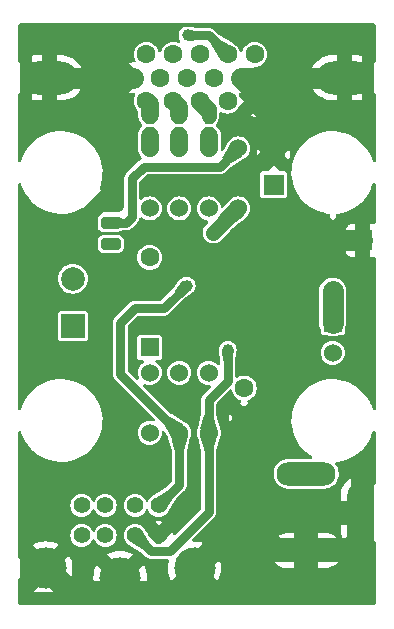
<source format=gbr>
%TF.GenerationSoftware,KiCad,Pcbnew,7.0.11-7.0.11~ubuntu22.04.1*%
%TF.CreationDate,2024-09-13T11:34:55+03:00*%
%TF.ProjectId,RVPC_Rev_B,52565043-5f52-4657-965f-422e6b696361,B*%
%TF.SameCoordinates,PX7bfa480PY7270e00*%
%TF.FileFunction,Copper,L2,Bot*%
%TF.FilePolarity,Positive*%
%FSLAX46Y46*%
G04 Gerber Fmt 4.6, Leading zero omitted, Abs format (unit mm)*
G04 Created by KiCad (PCBNEW 7.0.11-7.0.11~ubuntu22.04.1) date 2024-09-13 11:34:55*
%MOMM*%
%LPD*%
G01*
G04 APERTURE LIST*
G04 Aperture macros list*
%AMRoundRect*
0 Rectangle with rounded corners*
0 $1 Rounding radius*
0 $2 $3 $4 $5 $6 $7 $8 $9 X,Y pos of 4 corners*
0 Add a 4 corners polygon primitive as box body*
4,1,4,$2,$3,$4,$5,$6,$7,$8,$9,$2,$3,0*
0 Add four circle primitives for the rounded corners*
1,1,$1+$1,$2,$3*
1,1,$1+$1,$4,$5*
1,1,$1+$1,$6,$7*
1,1,$1+$1,$8,$9*
0 Add four rect primitives between the rounded corners*
20,1,$1+$1,$2,$3,$4,$5,0*
20,1,$1+$1,$4,$5,$6,$7,0*
20,1,$1+$1,$6,$7,$8,$9,0*
20,1,$1+$1,$8,$9,$2,$3,0*%
G04 Aperture macros list end*
%TA.AperFunction,ComponentPad*%
%ADD10R,1.600000X1.600000*%
%TD*%
%TA.AperFunction,ComponentPad*%
%ADD11C,1.600000*%
%TD*%
%TA.AperFunction,ComponentPad*%
%ADD12R,1.700000X1.000000*%
%TD*%
%TA.AperFunction,ComponentPad*%
%ADD13RoundRect,0.250000X0.600000X-0.250000X0.600000X0.250000X-0.600000X0.250000X-0.600000X-0.250000X0*%
%TD*%
%TA.AperFunction,ComponentPad*%
%ADD14C,1.524000*%
%TD*%
%TA.AperFunction,ComponentPad*%
%ADD15O,4.800000X2.800000*%
%TD*%
%TA.AperFunction,ComponentPad*%
%ADD16R,1.778000X1.778000*%
%TD*%
%TA.AperFunction,ComponentPad*%
%ADD17O,5.000000X2.000000*%
%TD*%
%TA.AperFunction,ComponentPad*%
%ADD18O,2.000000X5.000000*%
%TD*%
%TA.AperFunction,ComponentPad*%
%ADD19C,1.410000*%
%TD*%
%TA.AperFunction,ComponentPad*%
%ADD20C,3.500000*%
%TD*%
%TA.AperFunction,ComponentPad*%
%ADD21R,1.524000X1.524000*%
%TD*%
%TA.AperFunction,ComponentPad*%
%ADD22R,2.000000X2.000000*%
%TD*%
%TA.AperFunction,ComponentPad*%
%ADD23C,2.000000*%
%TD*%
%TA.AperFunction,ComponentPad*%
%ADD24C,1.778000*%
%TD*%
%TA.AperFunction,SMDPad,CuDef*%
%ADD25R,0.762000X0.508000*%
%TD*%
%TA.AperFunction,ViaPad*%
%ADD26C,1.000000*%
%TD*%
%TA.AperFunction,Conductor*%
%ADD27C,2.032000*%
%TD*%
%TA.AperFunction,Conductor*%
%ADD28C,1.778000*%
%TD*%
%TA.AperFunction,Conductor*%
%ADD29C,1.016000*%
%TD*%
%TA.AperFunction,Conductor*%
%ADD30C,1.270000*%
%TD*%
%TA.AperFunction,Conductor*%
%ADD31C,0.762000*%
%TD*%
%TA.AperFunction,Conductor*%
%ADD32C,1.981200*%
%TD*%
%TA.AperFunction,Conductor*%
%ADD33C,1.524000*%
%TD*%
%TA.AperFunction,Conductor*%
%ADD34C,0.508000*%
%TD*%
G04 APERTURE END LIST*
D10*
X11500000Y22190000D03*
D11*
X11500000Y29810000D03*
D12*
X8200000Y34550000D03*
D13*
X8200000Y32750000D03*
X8200000Y30950000D03*
D14*
X27000000Y26960000D03*
X27000000Y32040000D03*
X19000000Y39040000D03*
X19000000Y33960000D03*
X11500000Y39040000D03*
X11500000Y33960000D03*
D11*
X11220000Y43040000D03*
X13510000Y43040000D03*
X15800000Y43040000D03*
X18090000Y43040000D03*
X20380000Y43040000D03*
X10075000Y45020000D03*
X12365000Y45020000D03*
X14655000Y45020000D03*
X16945000Y45020000D03*
X19235000Y45020000D03*
X11220000Y47000000D03*
X13510000Y47000000D03*
X15800000Y47000000D03*
X18090000Y47000000D03*
X20380000Y47000000D03*
D15*
X27995000Y45020000D03*
X3005000Y45020000D03*
D16*
X29500000Y31250000D03*
D14*
X16500000Y39040000D03*
X16500000Y33960000D03*
D17*
X24750000Y11500000D03*
X24750000Y5000000D03*
D18*
X29200000Y8200000D03*
D14*
X14000000Y39040000D03*
X14000000Y33960000D03*
D11*
X19500000Y16250000D03*
X19500000Y18750000D03*
D14*
X16500000Y20040000D03*
X16500000Y14960000D03*
X11500000Y14960000D03*
X11500000Y20040000D03*
D19*
X10270000Y6270000D03*
X7730000Y6270000D03*
X12260000Y6270000D03*
X5740000Y6270000D03*
X12260000Y8810000D03*
X5740000Y8810000D03*
X7730000Y8810000D03*
X10270000Y8810000D03*
D20*
X2700000Y3500000D03*
X9000000Y2700000D03*
X15300000Y3500000D03*
D14*
X14000000Y20040000D03*
X14000000Y14960000D03*
D21*
X27000000Y24270000D03*
D14*
X27000000Y21730000D03*
D22*
X5000000Y24000000D03*
D23*
X5000000Y28000000D03*
D16*
X22000000Y35980000D03*
D24*
X22000000Y38520000D03*
D25*
X11500000Y41381000D03*
X11500000Y40619000D03*
X16500000Y41381000D03*
X16500000Y40619000D03*
X14000000Y41381000D03*
X14000000Y40619000D03*
D26*
X16500000Y36000000D03*
X1000000Y23000000D03*
X1000000Y8500000D03*
X24000000Y28000000D03*
X12500000Y1000000D03*
X30000000Y22500000D03*
X6500000Y44000000D03*
X30000000Y11500000D03*
X24000000Y33500000D03*
X1000000Y28000000D03*
X30000000Y42250000D03*
X30000000Y25000000D03*
X24000000Y31000000D03*
X25000000Y48500000D03*
X19000000Y36000000D03*
X14250000Y23250000D03*
X15750000Y22000000D03*
X27000000Y29500000D03*
X1000000Y6000000D03*
X24000000Y44000000D03*
X5500000Y48500000D03*
X18250000Y26400000D03*
X24000000Y25500000D03*
X11500000Y36000000D03*
X30000000Y48500000D03*
X1000000Y48500000D03*
X19500000Y26400000D03*
X14250000Y22000000D03*
X1000000Y1000000D03*
X1000000Y11000000D03*
X16900000Y26400000D03*
X24000000Y40500000D03*
X5500000Y1000000D03*
X1000000Y25500000D03*
X1000000Y30500000D03*
X1000000Y42250000D03*
X30000000Y20000000D03*
X30000000Y5000000D03*
X16865006Y22800000D03*
X14000000Y36000000D03*
X14623120Y27430696D03*
X18100000Y22000000D03*
X16864979Y31900000D03*
X14700000Y48600000D03*
D27*
X29200000Y8200000D02*
X24750000Y8200000D01*
X20631370Y16250000D02*
X22000000Y17618630D01*
D28*
X22750000Y45020000D02*
X24000000Y45020000D01*
D27*
X22000000Y17618630D02*
X19500000Y15118630D01*
D29*
X8857000Y43802000D02*
X9077500Y44022500D01*
D27*
X22200000Y5000000D02*
X19500000Y5000000D01*
X19500000Y10250000D02*
X21550000Y8200000D01*
X29200000Y1950000D02*
X28647000Y1397000D01*
D29*
X9077500Y44022500D02*
X10075000Y45020000D01*
D28*
X22600000Y32040000D02*
X20400000Y29840000D01*
D30*
X22000000Y38520000D02*
X21470000Y38520000D01*
D28*
X22000000Y44660000D02*
X22360000Y45020000D01*
X27000000Y32040000D02*
X22600000Y32040000D01*
D29*
X6900000Y34050000D02*
X6000000Y33150000D01*
D27*
X4803000Y1397000D02*
X9000000Y1397000D01*
D29*
X25020000Y45020000D02*
X25100000Y45020000D01*
D28*
X27790000Y31250000D02*
X21810000Y31250000D01*
X19235000Y45020000D02*
X20380000Y43875000D01*
D27*
X28647000Y1397000D02*
X24750000Y1397000D01*
D29*
X30000000Y11500000D02*
X30000000Y5000000D01*
X8200000Y35400000D02*
X8200000Y42700000D01*
D27*
X21550000Y8200000D02*
X22450000Y8200000D01*
D28*
X21810000Y31250000D02*
X20400000Y29840000D01*
X20400000Y29800000D02*
X20400000Y25500000D01*
D29*
X30000000Y5000000D02*
X30000000Y2750000D01*
D31*
X20400000Y34500000D02*
X20400000Y33800000D01*
X20400000Y33800000D02*
X20400000Y32000000D01*
D27*
X19500000Y7700000D02*
X19500000Y5000000D01*
X20000000Y8200000D02*
X19500000Y7700000D01*
D28*
X29500000Y31250000D02*
X27790000Y31250000D01*
D29*
X8200000Y42700000D02*
X8200000Y43120000D01*
X30000000Y48500000D02*
X30000000Y42250000D01*
D27*
X15650000Y29750000D02*
X14367423Y29750000D01*
D28*
X25100000Y45020000D02*
X27995000Y45020000D01*
D31*
X20400000Y35750000D02*
X20400000Y36350000D01*
X20400000Y37200000D02*
X20350000Y37250000D01*
D28*
X22600000Y32040000D02*
X20440000Y32040000D01*
D27*
X19500000Y31100000D02*
X19550000Y31150000D01*
D28*
X8200000Y45020000D02*
X6300000Y45020000D01*
D27*
X8760000Y27740000D02*
X8460000Y27740000D01*
X2700000Y3500000D02*
X4803000Y1397000D01*
X16900000Y28500000D02*
X16900000Y26400000D01*
D31*
X20400000Y33800000D02*
X22160000Y32040000D01*
D27*
X19500000Y26400000D02*
X18250000Y26400000D01*
D29*
X8857000Y34207000D02*
X8857000Y43802000D01*
D27*
X29200000Y8200000D02*
X29200000Y5700000D01*
D29*
X8200000Y34200000D02*
X6900000Y34200000D01*
D27*
X15250000Y1397000D02*
X24750000Y1397000D01*
D31*
X22160000Y32040000D02*
X22600000Y32040000D01*
D27*
X19500000Y10250000D02*
X19500000Y7700000D01*
X19500000Y13500000D02*
X19500000Y10250000D01*
X9000000Y2700000D02*
X9000000Y1397000D01*
X19500000Y16250000D02*
X20631370Y16250000D01*
D28*
X20380000Y43875000D02*
X20380000Y43040000D01*
D27*
X18250000Y26400000D02*
X16900000Y26400000D01*
D29*
X6900000Y34231831D02*
X8068169Y35400000D01*
D31*
X20400000Y35750000D02*
X20400000Y34500000D01*
D27*
X15300000Y1447000D02*
X15250000Y1397000D01*
D29*
X30000000Y2750000D02*
X28647000Y1397000D01*
D31*
X6000000Y32658506D02*
X6000000Y32200000D01*
D27*
X12357423Y27740000D02*
X8760000Y27740000D01*
D30*
X21470000Y38520000D02*
X19000000Y36050000D01*
D27*
X24750000Y5000000D02*
X24750000Y8200000D01*
D29*
X6900000Y34231831D02*
X6000000Y33331831D01*
D28*
X22000000Y41420000D02*
X22000000Y44660000D01*
D29*
X8200000Y34200000D02*
X8200000Y35400000D01*
D27*
X24750000Y5000000D02*
X22200000Y5000000D01*
D31*
X20400000Y37200000D02*
X20400000Y35750000D01*
D27*
X16800000Y5000000D02*
X16775000Y4975000D01*
X19500000Y31100000D02*
X16900000Y28500000D01*
D28*
X20400000Y29840000D02*
X20400000Y29800000D01*
X22000000Y41420000D02*
X20380000Y43040000D01*
D27*
X6000000Y30500000D02*
X6000000Y32200000D01*
D31*
X8200000Y34550000D02*
X7891494Y34550000D01*
D29*
X8200000Y42700000D02*
X8200000Y43145000D01*
D27*
X22000000Y17618630D02*
X22000000Y23900000D01*
X19550000Y31150000D02*
X20400000Y32000000D01*
X6000000Y30200000D02*
X6000000Y30500000D01*
X19500000Y5000000D02*
X16800000Y5000000D01*
X22200000Y5000000D02*
X20725000Y6475000D01*
X19500000Y16250000D02*
X19500000Y13500000D01*
X22000000Y23900000D02*
X20400000Y25500000D01*
D32*
X6000000Y30174344D02*
X6000000Y30200000D01*
D31*
X22000000Y38520000D02*
X21720000Y38520000D01*
D27*
X15300000Y3500000D02*
X15300000Y1447000D01*
D28*
X19235000Y45020000D02*
X22750000Y45020000D01*
D29*
X1000000Y48500000D02*
X1000000Y42250000D01*
D27*
X24750000Y1397000D02*
X24750000Y5000000D01*
X22450000Y8200000D02*
X20725000Y6475000D01*
X28500000Y5000000D02*
X24750000Y5000000D01*
D30*
X11500000Y36000000D02*
X14000000Y36000000D01*
D27*
X29200000Y5700000D02*
X29200000Y1950000D01*
X19500000Y15118630D02*
X19500000Y13500000D01*
D29*
X8200000Y43120000D02*
X6300000Y45020000D01*
D28*
X22000000Y38520000D02*
X22000000Y41420000D01*
D27*
X18250000Y26400000D02*
X18250000Y29850000D01*
D32*
X8434344Y27740000D02*
X6000000Y30174344D01*
D31*
X20400000Y33384343D02*
X16765657Y29750000D01*
D27*
X15650000Y29750000D02*
X16750000Y29750000D01*
D29*
X8068169Y35400000D02*
X8200000Y35400000D01*
D27*
X20725000Y6475000D02*
X19500000Y7700000D01*
D28*
X20400000Y32000000D02*
X20400000Y29800000D01*
X20440000Y32040000D02*
X20400000Y32000000D01*
D31*
X20400000Y35100000D02*
X19500000Y36000000D01*
D27*
X18250000Y29850000D02*
X19550000Y31150000D01*
X9000000Y1397000D02*
X15250000Y1397000D01*
D29*
X6900000Y34050000D02*
X6900000Y34231831D01*
D28*
X10075000Y45020000D02*
X8200000Y45020000D01*
D27*
X29200000Y5700000D02*
X28500000Y5000000D01*
X6000000Y32200000D02*
X6000000Y32900000D01*
D31*
X20400000Y34500000D02*
X20400000Y33384343D01*
D29*
X6000000Y33150000D02*
X6000000Y32613410D01*
D27*
X20400000Y25500000D02*
X19500000Y26400000D01*
D29*
X6000000Y33331831D02*
X6000000Y32613410D01*
D31*
X7891494Y34550000D02*
X6000000Y32658506D01*
D27*
X19500000Y7700000D02*
X16775000Y4975000D01*
X16750000Y29750000D02*
X18150000Y29750000D01*
D28*
X24000000Y45020000D02*
X25100000Y45020000D01*
X22000000Y43020000D02*
X24000000Y45020000D01*
D30*
X19000000Y36050000D02*
X19000000Y36000000D01*
D29*
X24000000Y44000000D02*
X25020000Y45020000D01*
X8200000Y43145000D02*
X9077500Y44022500D01*
D28*
X6300000Y45020000D02*
X3005000Y45020000D01*
X27790000Y31250000D02*
X27000000Y32040000D01*
D29*
X1000000Y1000000D02*
X5500000Y1000000D01*
D27*
X24750000Y8200000D02*
X20000000Y8200000D01*
X16775000Y4975000D02*
X15300000Y3500000D01*
D31*
X21720000Y38520000D02*
X20400000Y37200000D01*
D28*
X22000000Y41420000D02*
X22000000Y43020000D01*
D29*
X1000000Y11000000D02*
X1000000Y1000000D01*
D30*
X19500000Y36000000D02*
X14000000Y36000000D01*
D28*
X22360000Y45020000D02*
X22750000Y45020000D01*
D27*
X14367423Y29750000D02*
X12357423Y27740000D01*
D29*
X8200000Y42700000D02*
X8200000Y45020000D01*
D27*
X19500000Y26400000D02*
X19500000Y31100000D01*
D31*
X16765657Y29750000D02*
X16750000Y29750000D01*
D29*
X8200000Y34200000D02*
X8850000Y34200000D01*
D32*
X8460000Y27740000D02*
X8434344Y27740000D01*
D29*
X8850000Y34200000D02*
X8857000Y34207000D01*
D27*
X16900000Y28500000D02*
X15650000Y29750000D01*
D31*
X12260000Y8810000D02*
X14000000Y10550000D01*
X9000000Y19960000D02*
X9000000Y24250000D01*
X14000000Y10550000D02*
X14000000Y14960000D01*
X12692424Y25500000D02*
X14623120Y27430696D01*
X9000000Y24250000D02*
X10250000Y25500000D01*
X14000000Y14960000D02*
X9000000Y19960000D01*
X10250000Y25500000D02*
X12692424Y25500000D01*
X18100000Y22000000D02*
X18100000Y19350000D01*
X13180000Y4930000D02*
X11610000Y4930000D01*
X16500000Y17750000D02*
X16500000Y14960000D01*
X16500000Y8250000D02*
X13180000Y4930000D01*
X11610000Y4930000D02*
X10270000Y6270000D01*
X18100000Y19350000D02*
X16500000Y17750000D01*
X16500000Y14960000D02*
X16500000Y8250000D01*
D28*
X27000000Y26960000D02*
X27000000Y24270000D01*
D31*
X8200000Y32750000D02*
X9520000Y32750000D01*
X9520000Y32750000D02*
X10000000Y33230000D01*
X10000000Y36500000D02*
X11000000Y37500000D01*
X10000000Y33230000D02*
X10000000Y36500000D01*
X11000000Y37500000D02*
X17460000Y37500000D01*
X17460000Y37500000D02*
X19000000Y39040000D01*
D30*
X19000000Y33960000D02*
X18924979Y33960000D01*
X18924979Y33960000D02*
X16864979Y31900000D01*
D31*
X14700000Y48600000D02*
X16490000Y48600000D01*
X16490000Y48600000D02*
X18090000Y47000000D01*
D33*
X11500000Y39040000D02*
X11500000Y40111000D01*
D34*
X11500000Y40619000D02*
X11500000Y40111000D01*
X16500000Y41381000D02*
X16500000Y41762000D01*
D30*
X16500000Y42340000D02*
X16500000Y41762000D01*
X15800000Y43040000D02*
X16500000Y42340000D01*
D34*
X14000000Y41381000D02*
X14000000Y41889000D01*
D33*
X13510000Y43040000D02*
X14000000Y42550000D01*
X14000000Y42550000D02*
X14000000Y41889000D01*
X11220000Y43040000D02*
X11500000Y42760000D01*
D34*
X11500000Y41381000D02*
X11500000Y41889000D01*
D33*
X11500000Y42760000D02*
X11500000Y41889000D01*
D34*
X16500000Y40619000D02*
X16500000Y40111000D01*
D33*
X16500000Y39040000D02*
X16500000Y40111000D01*
D34*
X14000000Y40619000D02*
X14000000Y40111000D01*
D33*
X14000000Y39040000D02*
X14000000Y40111000D01*
%TA.AperFunction,Conductor*%
G36*
X30560621Y49598498D02*
G01*
X30607114Y49544842D01*
X30618500Y49492500D01*
X30618500Y46400317D01*
X30598498Y46332196D01*
X30544842Y46285703D01*
X30474568Y46275599D01*
X30409988Y46305093D01*
X30395652Y46319717D01*
X30372253Y46347833D01*
X30372247Y46347839D01*
X30164249Y46534207D01*
X30164236Y46534216D01*
X29931304Y46688323D01*
X29678424Y46806869D01*
X29410958Y46887337D01*
X29134652Y46928000D01*
X28630000Y46928000D01*
X28630000Y45670000D01*
X27360000Y45670000D01*
X27360000Y46928000D01*
X26925263Y46928000D01*
X26716453Y46912718D01*
X26443832Y46851989D01*
X26443830Y46851988D01*
X26182969Y46752217D01*
X25939417Y46615529D01*
X25939413Y46615527D01*
X25718348Y46444826D01*
X25718347Y46444825D01*
X25524500Y46243764D01*
X25361985Y46016610D01*
X25234283Y45768228D01*
X25195655Y45655001D01*
X25195655Y45655000D01*
X26835368Y45655000D01*
X26832067Y45654583D01*
X26679371Y45594126D01*
X26546508Y45497595D01*
X26441825Y45371055D01*
X26371900Y45222457D01*
X26341127Y45061138D01*
X26351439Y44897234D01*
X26402188Y44741044D01*
X26490186Y44602381D01*
X26609903Y44489960D01*
X26753817Y44410842D01*
X26854465Y44385000D01*
X25191712Y44385000D01*
X25293597Y44145245D01*
X25439089Y43906847D01*
X25439094Y43906841D01*
X25617748Y43692166D01*
X25617752Y43692162D01*
X25825750Y43505794D01*
X25825763Y43505785D01*
X26058695Y43351678D01*
X26311575Y43233132D01*
X26579041Y43152664D01*
X26855346Y43112001D01*
X26855349Y43112000D01*
X27360000Y43112000D01*
X27360000Y44370000D01*
X28630000Y44370000D01*
X28630000Y43112000D01*
X29064737Y43112000D01*
X29273546Y43127283D01*
X29546167Y43188012D01*
X29546169Y43188013D01*
X29807030Y43287784D01*
X30050582Y43424472D01*
X30050586Y43424474D01*
X30271651Y43595175D01*
X30271651Y43595176D01*
X30401792Y43730159D01*
X30463472Y43765317D01*
X30534369Y43761546D01*
X30591972Y43720045D01*
X30617994Y43653989D01*
X30618500Y43642706D01*
X30618500Y37979260D01*
X30598498Y37911139D01*
X30544842Y37864646D01*
X30474568Y37854542D01*
X30409988Y37884036D01*
X30371865Y37942885D01*
X30297600Y38189181D01*
X30297596Y38189190D01*
X30296950Y38190720D01*
X30152511Y38532967D01*
X29971707Y38859374D01*
X29757232Y39164713D01*
X29757227Y39164719D01*
X29757222Y39164725D01*
X29511517Y39445527D01*
X29511515Y39445529D01*
X29237344Y39698630D01*
X28937828Y39921152D01*
X28937827Y39921154D01*
X28733089Y40041794D01*
X28616345Y40110585D01*
X28276554Y40264770D01*
X27922298Y40381964D01*
X27922297Y40381965D01*
X27922288Y40381967D01*
X27557585Y40460841D01*
X27186581Y40500501D01*
X27186569Y40500501D01*
X26906787Y40500501D01*
X26906781Y40500501D01*
X26906753Y40500500D01*
X26627403Y40485612D01*
X26627385Y40485610D01*
X26259000Y40426257D01*
X25899012Y40328084D01*
X25899009Y40328083D01*
X25551514Y40192209D01*
X25551507Y40192207D01*
X25551497Y40192202D01*
X25551488Y40192198D01*
X25551485Y40192196D01*
X25220399Y40020155D01*
X25220396Y40020153D01*
X24909452Y39813881D01*
X24909445Y39813876D01*
X24622202Y39575732D01*
X24361883Y39308388D01*
X24131464Y39014900D01*
X23933543Y38698575D01*
X23770370Y38363014D01*
X23770369Y38363013D01*
X23643788Y38012008D01*
X23643786Y38012002D01*
X23555232Y37649532D01*
X23555228Y37649509D01*
X23505706Y37279696D01*
X23505705Y37279687D01*
X23495772Y36906690D01*
X23495772Y36906684D01*
X23525542Y36534741D01*
X23594683Y36168057D01*
X23594686Y36168048D01*
X23702399Y35810820D01*
X23702403Y35810811D01*
X23847484Y35467044D01*
X23847492Y35467027D01*
X23983092Y35222228D01*
X24028293Y35140626D01*
X24242768Y34835287D01*
X24242773Y34835282D01*
X24242777Y34835276D01*
X24488482Y34554474D01*
X24488484Y34554472D01*
X24703564Y34355921D01*
X24762655Y34301371D01*
X25062171Y34078849D01*
X25062172Y34078847D01*
X25062176Y34078845D01*
X25062177Y34078844D01*
X25383655Y33889415D01*
X25723446Y33735230D01*
X26077702Y33618036D01*
X26442408Y33539161D01*
X26442412Y33539161D01*
X26442415Y33539160D01*
X26548591Y33527811D01*
X26660158Y33515884D01*
X26725767Y33488755D01*
X26766294Y33430462D01*
X26768871Y33359512D01*
X26732681Y33298432D01*
X26679378Y33268892D01*
X26671300Y33266728D01*
X26671299Y33266726D01*
X26999999Y32938026D01*
X27000000Y32938026D01*
X27328699Y33266727D01*
X27328418Y33267773D01*
X27270641Y33302991D01*
X27239619Y33366852D01*
X27248048Y33437346D01*
X27293251Y33492093D01*
X27357169Y33513568D01*
X27372609Y33514390D01*
X27740995Y33573743D01*
X28100986Y33671916D01*
X28448503Y33807798D01*
X28779607Y33979849D01*
X29090547Y34186119D01*
X29377801Y34424272D01*
X29638114Y34691609D01*
X29868535Y34985101D01*
X30066455Y35301422D01*
X30229631Y35636989D01*
X30356213Y35987999D01*
X30370100Y36044840D01*
X30405697Y36106268D01*
X30468854Y36138698D01*
X30539518Y36131836D01*
X30595254Y36087859D01*
X30618367Y36020729D01*
X30618500Y36014937D01*
X30618500Y32767823D01*
X30598498Y32699702D01*
X30544842Y32653209D01*
X30479031Y32642545D01*
X30437600Y32647000D01*
X30135000Y32647000D01*
X30135000Y29853000D01*
X30437585Y29853000D01*
X30437595Y29853001D01*
X30479029Y29857456D01*
X30548897Y29844852D01*
X30600860Y29796474D01*
X30618500Y29732178D01*
X30618500Y16979260D01*
X30598498Y16911139D01*
X30544842Y16864646D01*
X30474568Y16854542D01*
X30409988Y16884036D01*
X30371865Y16942885D01*
X30297600Y17189181D01*
X30297596Y17189190D01*
X30172008Y17486768D01*
X30152511Y17532967D01*
X29971707Y17859374D01*
X29757232Y18164713D01*
X29757227Y18164719D01*
X29757222Y18164725D01*
X29511517Y18445527D01*
X29511515Y18445529D01*
X29237344Y18698630D01*
X29065502Y18826298D01*
X28937827Y18921153D01*
X28937827Y18921154D01*
X28739175Y19038208D01*
X28616345Y19110585D01*
X28276554Y19264770D01*
X27922298Y19381964D01*
X27922297Y19381965D01*
X27922288Y19381967D01*
X27557585Y19460841D01*
X27186581Y19500501D01*
X27186569Y19500501D01*
X26906787Y19500501D01*
X26906781Y19500501D01*
X26906753Y19500500D01*
X26627403Y19485612D01*
X26627385Y19485610D01*
X26259000Y19426257D01*
X25899012Y19328084D01*
X25899009Y19328083D01*
X25551514Y19192209D01*
X25551507Y19192207D01*
X25551497Y19192202D01*
X25551488Y19192198D01*
X25551485Y19192196D01*
X25220399Y19020155D01*
X25220396Y19020153D01*
X24909452Y18813881D01*
X24909445Y18813876D01*
X24622202Y18575732D01*
X24361883Y18308388D01*
X24131464Y18014900D01*
X23933543Y17698575D01*
X23770370Y17363014D01*
X23770369Y17363013D01*
X23643788Y17012008D01*
X23643786Y17012002D01*
X23555232Y16649532D01*
X23555228Y16649509D01*
X23505706Y16279696D01*
X23505705Y16279687D01*
X23495772Y15906690D01*
X23495772Y15906684D01*
X23525542Y15534741D01*
X23594683Y15168057D01*
X23594686Y15168048D01*
X23702399Y14810820D01*
X23702403Y14810811D01*
X23847484Y14467044D01*
X23847492Y14467027D01*
X23974494Y14237749D01*
X24028293Y14140626D01*
X24156426Y13958208D01*
X24242772Y13835282D01*
X24242777Y13835276D01*
X24488482Y13554474D01*
X24488484Y13554472D01*
X24656693Y13399190D01*
X24762655Y13301371D01*
X25062171Y13078849D01*
X25062172Y13078847D01*
X25062176Y13078845D01*
X25062177Y13078844D01*
X25214556Y12989056D01*
X25263091Y12937240D01*
X25275908Y12867410D01*
X25248938Y12801736D01*
X25190742Y12761069D01*
X25150590Y12754500D01*
X23193657Y12754500D01*
X23151904Y12750743D01*
X23025097Y12739330D01*
X23025090Y12739329D01*
X22807426Y12679257D01*
X22807412Y12679252D01*
X22603973Y12581281D01*
X22603966Y12581277D01*
X22421278Y12448547D01*
X22421277Y12448546D01*
X22265227Y12285330D01*
X22140828Y12096875D01*
X22140827Y12096872D01*
X22052076Y11889229D01*
X22001828Y11669076D01*
X21996773Y11556507D01*
X21991697Y11443490D01*
X22006945Y11330925D01*
X22022009Y11219716D01*
X22091786Y11004963D01*
X22091788Y11004959D01*
X22091789Y11004957D01*
X22198796Y10806106D01*
X22271714Y10714671D01*
X22339590Y10629557D01*
X22509641Y10480987D01*
X22703485Y10365170D01*
X22703490Y10365168D01*
X22703493Y10365166D01*
X22703496Y10365165D01*
X22914907Y10285820D01*
X23137090Y10245500D01*
X23137093Y10245500D01*
X26306337Y10245500D01*
X26306343Y10245500D01*
X26474905Y10260671D01*
X26509107Y10270110D01*
X26527963Y10275314D01*
X26692582Y10320746D01*
X26896033Y10418723D01*
X27078721Y10551453D01*
X27234772Y10714670D01*
X27359173Y10903129D01*
X27447923Y11110771D01*
X27498172Y11330924D01*
X27508303Y11556510D01*
X27477991Y11780281D01*
X27408211Y11995043D01*
X27301204Y12193894D01*
X27228286Y12285330D01*
X27211549Y12306318D01*
X27184715Y12372048D01*
X27197677Y12441852D01*
X27246320Y12493566D01*
X27303354Y12510699D01*
X27311017Y12511108D01*
X27372596Y12514389D01*
X27372601Y12514390D01*
X27372609Y12514390D01*
X27740995Y12573743D01*
X27768622Y12581277D01*
X27780969Y12584645D01*
X28100986Y12671916D01*
X28448503Y12807798D01*
X28779607Y12979849D01*
X29090547Y13186119D01*
X29377801Y13424272D01*
X29638114Y13691609D01*
X29868535Y13985101D01*
X30066455Y14301422D01*
X30229631Y14636989D01*
X30356213Y14987999D01*
X30370100Y15044840D01*
X30405697Y15106268D01*
X30468854Y15138698D01*
X30539518Y15131836D01*
X30595254Y15087859D01*
X30618367Y15020729D01*
X30618500Y15014937D01*
X30618500Y10705169D01*
X30598498Y10637048D01*
X30544842Y10590555D01*
X30474568Y10580451D01*
X30409988Y10609945D01*
X30398188Y10621615D01*
X30248026Y10791113D01*
X30248022Y10791116D01*
X30059433Y10945094D01*
X30059434Y10945094D01*
X29848570Y11066837D01*
X29835000Y11071985D01*
X29835000Y5332155D01*
X29956450Y5389784D01*
X30156832Y5528099D01*
X30332426Y5696760D01*
X30332427Y5696761D01*
X30391770Y5775731D01*
X30448683Y5818174D01*
X30519508Y5823109D01*
X30581758Y5788970D01*
X30615669Y5726596D01*
X30618500Y5700038D01*
X30618500Y507500D01*
X30598498Y439379D01*
X30544842Y392886D01*
X30492500Y381500D01*
X9944193Y381500D01*
X9876072Y401502D01*
X9829579Y455158D01*
X9819475Y525432D01*
X9848969Y590012D01*
X9888465Y620506D01*
X10084696Y717277D01*
X10084697Y717278D01*
X9312468Y1489507D01*
X9440994Y1524977D01*
X9643715Y1622602D01*
X9825747Y1754856D01*
X9981239Y1917488D01*
X10105193Y2105270D01*
X10193625Y2312168D01*
X10210764Y2387261D01*
X10982722Y1615303D01*
X10982723Y1615304D01*
X11090592Y1834041D01*
X11090598Y1834055D01*
X11185737Y2114325D01*
X11185739Y2114335D01*
X11243484Y2404630D01*
X11243486Y2404644D01*
X11262845Y2699997D01*
X11262845Y2700004D01*
X11243486Y2995357D01*
X11243484Y2995371D01*
X11185739Y3285666D01*
X11185737Y3285676D01*
X11090598Y3565946D01*
X11090592Y3565960D01*
X10982723Y3784698D01*
X10982722Y3784699D01*
X10212233Y3014211D01*
X10154055Y3193267D01*
X10047433Y3391404D01*
X9907145Y3567320D01*
X9737701Y3715358D01*
X9544547Y3830763D01*
X9333890Y3909824D01*
X9315191Y3913218D01*
X10084697Y4682724D01*
X9865959Y4790593D01*
X9865945Y4790599D01*
X9585675Y4885738D01*
X9585665Y4885740D01*
X9295370Y4943485D01*
X9295356Y4943487D01*
X9000003Y4962845D01*
X8999997Y4962845D01*
X8704643Y4943487D01*
X8704629Y4943485D01*
X8414334Y4885740D01*
X8414324Y4885738D01*
X8134054Y4790599D01*
X8134040Y4790593D01*
X7915301Y4682724D01*
X8687531Y3910494D01*
X8559006Y3875023D01*
X8356285Y3777398D01*
X8174253Y3645144D01*
X8018761Y3482512D01*
X7894807Y3294730D01*
X7806375Y3087832D01*
X7789235Y3012740D01*
X7017276Y3784699D01*
X6909407Y3565960D01*
X6909401Y3565946D01*
X6814262Y3285676D01*
X6814260Y3285666D01*
X6756515Y2995371D01*
X6756513Y2995357D01*
X6737155Y2700004D01*
X6737155Y2699997D01*
X6756513Y2404644D01*
X6756515Y2404630D01*
X6814260Y2114335D01*
X6814262Y2114325D01*
X6909401Y1834055D01*
X6909407Y1834041D01*
X7017276Y1615303D01*
X7787765Y2385792D01*
X7845945Y2206733D01*
X7952567Y2008596D01*
X8092855Y1832680D01*
X8262299Y1684642D01*
X8455453Y1569237D01*
X8666110Y1490176D01*
X8684807Y1486783D01*
X7915301Y717278D01*
X8111535Y620506D01*
X8163784Y572438D01*
X8181751Y503752D01*
X8159732Y436257D01*
X8104717Y391380D01*
X8055807Y381500D01*
X507500Y381500D01*
X439379Y401502D01*
X392886Y455158D01*
X381500Y507500D01*
X381500Y2555807D01*
X401502Y2623928D01*
X455158Y2670421D01*
X525432Y2680525D01*
X590012Y2651031D01*
X620506Y2611535D01*
X717276Y2415303D01*
X1487765Y3185792D01*
X1545945Y3006733D01*
X1652567Y2808596D01*
X1792855Y2632680D01*
X1962299Y2484642D01*
X2155453Y2369237D01*
X2366110Y2290176D01*
X2384807Y2286783D01*
X1615301Y1517278D01*
X1615302Y1517277D01*
X1834040Y1409408D01*
X1834054Y1409402D01*
X2114324Y1314263D01*
X2114334Y1314261D01*
X2404629Y1256516D01*
X2404643Y1256514D01*
X2699997Y1237155D01*
X2700003Y1237155D01*
X2995356Y1256514D01*
X2995370Y1256516D01*
X3285665Y1314261D01*
X3285675Y1314263D01*
X3565945Y1409402D01*
X3565959Y1409408D01*
X3784696Y1517277D01*
X3784697Y1517278D01*
X3012468Y2289507D01*
X3140994Y2324977D01*
X3343715Y2422602D01*
X3525747Y2554856D01*
X3681239Y2717488D01*
X3805193Y2905270D01*
X3893625Y3112168D01*
X3910764Y3187261D01*
X4682722Y2415303D01*
X4682723Y2415304D01*
X4790592Y2634041D01*
X4790598Y2634055D01*
X4885737Y2914325D01*
X4885739Y2914335D01*
X4943484Y3204630D01*
X4943486Y3204644D01*
X4962845Y3499997D01*
X4962845Y3500004D01*
X4943486Y3795357D01*
X4943484Y3795371D01*
X4885739Y4085666D01*
X4885737Y4085676D01*
X4790598Y4365946D01*
X4790592Y4365960D01*
X4682723Y4584698D01*
X4682722Y4584699D01*
X3912233Y3814211D01*
X3854055Y3993267D01*
X3747433Y4191404D01*
X3607145Y4367320D01*
X3437701Y4515358D01*
X3244547Y4630763D01*
X3033890Y4709824D01*
X3015191Y4713218D01*
X3784697Y5482724D01*
X3565959Y5590593D01*
X3565945Y5590599D01*
X3285675Y5685738D01*
X3285665Y5685740D01*
X2995370Y5743485D01*
X2995356Y5743487D01*
X2700003Y5762845D01*
X2699997Y5762845D01*
X2404643Y5743487D01*
X2404629Y5743485D01*
X2114334Y5685740D01*
X2114324Y5685738D01*
X1834054Y5590599D01*
X1834040Y5590593D01*
X1615301Y5482724D01*
X2387531Y4710494D01*
X2259006Y4675023D01*
X2056285Y4577398D01*
X1874253Y4445144D01*
X1718761Y4282512D01*
X1594807Y4094730D01*
X1506375Y3887832D01*
X1489235Y3812740D01*
X717276Y4584699D01*
X620506Y4388466D01*
X572438Y4336217D01*
X503752Y4318250D01*
X436257Y4340269D01*
X391380Y4395284D01*
X381500Y4444194D01*
X381500Y6269997D01*
X4775857Y6269997D01*
X4794381Y6081912D01*
X4794382Y6081906D01*
X4794383Y6081905D01*
X4849248Y5901038D01*
X4938344Y5734351D01*
X5058248Y5588248D01*
X5204351Y5468344D01*
X5371038Y5379248D01*
X5551905Y5324383D01*
X5551909Y5324383D01*
X5551911Y5324382D01*
X5739997Y5305857D01*
X5740000Y5305857D01*
X5740003Y5305857D01*
X5928088Y5324382D01*
X5928089Y5324383D01*
X5928095Y5324383D01*
X6108962Y5379248D01*
X6275649Y5468344D01*
X6421752Y5588248D01*
X6541656Y5734351D01*
X6623878Y5888179D01*
X6673630Y5938826D01*
X6742867Y5954536D01*
X6809606Y5930320D01*
X6846121Y5888179D01*
X6928344Y5734351D01*
X7048248Y5588248D01*
X7194351Y5468344D01*
X7361038Y5379248D01*
X7541905Y5324383D01*
X7541909Y5324383D01*
X7541911Y5324382D01*
X7729997Y5305857D01*
X7730000Y5305857D01*
X7730003Y5305857D01*
X7918088Y5324382D01*
X7918089Y5324383D01*
X7918095Y5324383D01*
X8098962Y5379248D01*
X8265649Y5468344D01*
X8411752Y5588248D01*
X8531656Y5734351D01*
X8620752Y5901038D01*
X8675617Y6081905D01*
X8688183Y6209480D01*
X8694143Y6269997D01*
X9305857Y6269997D01*
X9324381Y6081912D01*
X9324382Y6081906D01*
X9324383Y6081905D01*
X9379248Y5901038D01*
X9468344Y5734351D01*
X9588248Y5588248D01*
X9734351Y5468344D01*
X9815532Y5424952D01*
X9854946Y5403885D01*
X9871882Y5393010D01*
X9872467Y5392564D01*
X10392460Y5071889D01*
X10841481Y4794981D01*
X10864437Y4776831D01*
X11101182Y4540086D01*
X11111169Y4527621D01*
X11111393Y4527806D01*
X11116446Y4521698D01*
X11166280Y4474901D01*
X11169124Y4472144D01*
X11188900Y4452367D01*
X11188908Y4452360D01*
X11192119Y4449869D01*
X11201139Y4442166D01*
X11233494Y4411783D01*
X11251335Y4401975D01*
X11267854Y4391123D01*
X11283932Y4378651D01*
X11324650Y4361031D01*
X11335309Y4355809D01*
X11374193Y4334433D01*
X11374194Y4334433D01*
X11374197Y4334431D01*
X11393918Y4329368D01*
X11412620Y4322963D01*
X11431289Y4314884D01*
X11431290Y4314884D01*
X11431292Y4314883D01*
X11475114Y4307943D01*
X11486742Y4305535D01*
X11529718Y4294500D01*
X11550066Y4294500D01*
X11569775Y4292950D01*
X11589879Y4289765D01*
X11634056Y4293942D01*
X11645913Y4294500D01*
X13009316Y4294500D01*
X13077437Y4274498D01*
X13123930Y4220842D01*
X13134034Y4150568D01*
X13128630Y4128000D01*
X13114260Y4085667D01*
X13114260Y4085666D01*
X13056515Y3795371D01*
X13056513Y3795357D01*
X13037155Y3500004D01*
X13037155Y3499997D01*
X13056513Y3204644D01*
X13056515Y3204630D01*
X13114260Y2914335D01*
X13114262Y2914325D01*
X13209401Y2634055D01*
X13209407Y2634041D01*
X13317276Y2415303D01*
X14087765Y3185793D01*
X14145945Y3006733D01*
X14252567Y2808596D01*
X14392855Y2632680D01*
X14562299Y2484642D01*
X14755453Y2369237D01*
X14966110Y2290176D01*
X14984807Y2286783D01*
X14215301Y1517278D01*
X14215302Y1517277D01*
X14434040Y1409408D01*
X14434054Y1409402D01*
X14714324Y1314263D01*
X14714334Y1314261D01*
X15004629Y1256516D01*
X15004643Y1256514D01*
X15299997Y1237155D01*
X15300003Y1237155D01*
X15595356Y1256514D01*
X15595370Y1256516D01*
X15885665Y1314261D01*
X15885675Y1314263D01*
X16165945Y1409402D01*
X16165959Y1409408D01*
X16384696Y1517277D01*
X16384697Y1517278D01*
X15612468Y2289507D01*
X15740994Y2324977D01*
X15943715Y2422602D01*
X16125747Y2554856D01*
X16281239Y2717488D01*
X16405193Y2905270D01*
X16493625Y3112168D01*
X16510764Y3187261D01*
X17282722Y2415303D01*
X17282723Y2415304D01*
X17390592Y2634041D01*
X17390598Y2634055D01*
X17485737Y2914325D01*
X17485739Y2914335D01*
X17543484Y3204630D01*
X17543486Y3204644D01*
X17562845Y3499997D01*
X17562845Y3500004D01*
X17543486Y3795357D01*
X17543484Y3795371D01*
X17485739Y4085666D01*
X17485737Y4085676D01*
X17390919Y4365000D01*
X21882155Y4365000D01*
X21939783Y4243550D01*
X22078098Y4043168D01*
X22246757Y3867576D01*
X22441405Y3721306D01*
X22656995Y3608157D01*
X22887941Y3531056D01*
X22887949Y3531054D01*
X23128251Y3492002D01*
X23128266Y3492000D01*
X24115000Y3492000D01*
X24115000Y4365000D01*
X25385000Y4365000D01*
X25385000Y3492000D01*
X26310780Y3492000D01*
X26310781Y3492001D01*
X26492682Y3506686D01*
X26729090Y3564955D01*
X26953080Y3660388D01*
X27158870Y3790521D01*
X27158871Y3790522D01*
X27341106Y3951968D01*
X27341115Y3951978D01*
X27495091Y4140564D01*
X27616835Y4351428D01*
X27621983Y4365000D01*
X25385000Y4365000D01*
X24115000Y4365000D01*
X21882155Y4365000D01*
X17390919Y4365000D01*
X17390598Y4365946D01*
X17390592Y4365960D01*
X17282723Y4584698D01*
X17282722Y4584699D01*
X16512233Y3814211D01*
X16454055Y3993267D01*
X16347433Y4191404D01*
X16207145Y4367320D01*
X16037701Y4515358D01*
X15844547Y4630763D01*
X15633890Y4709824D01*
X15615190Y4713218D01*
X15830083Y4928111D01*
X22750000Y4928111D01*
X22790507Y4790156D01*
X22868239Y4669202D01*
X22976900Y4575048D01*
X23107685Y4515320D01*
X23214237Y4500000D01*
X26285763Y4500000D01*
X26392315Y4515320D01*
X26523100Y4575048D01*
X26631761Y4669202D01*
X26709493Y4790156D01*
X26750000Y4928111D01*
X26750000Y5071889D01*
X26709493Y5209844D01*
X26631761Y5330798D01*
X26523100Y5424952D01*
X26392315Y5484680D01*
X26285763Y5500000D01*
X23214237Y5500000D01*
X23107685Y5484680D01*
X22976900Y5424952D01*
X22868239Y5330798D01*
X22790507Y5209844D01*
X22750000Y5071889D01*
X22750000Y4928111D01*
X15830083Y4928111D01*
X16384697Y5482724D01*
X16165959Y5590593D01*
X16165945Y5590599D01*
X16035144Y5635000D01*
X21878017Y5635000D01*
X24115000Y5635000D01*
X24115000Y6508000D01*
X25385000Y6508000D01*
X25385000Y5635000D01*
X27617845Y5635000D01*
X27560216Y5756451D01*
X27421901Y5956833D01*
X27253242Y6132425D01*
X27058594Y6278695D01*
X26843004Y6391844D01*
X26612058Y6468945D01*
X26612050Y6468947D01*
X26371748Y6507999D01*
X26371734Y6508000D01*
X25385000Y6508000D01*
X24115000Y6508000D01*
X23189218Y6508000D01*
X23007317Y6493315D01*
X22770909Y6435046D01*
X22546919Y6339613D01*
X22341129Y6209480D01*
X22341128Y6209479D01*
X22158893Y6048033D01*
X22158884Y6048023D01*
X22004908Y5859437D01*
X21883164Y5648573D01*
X21878017Y5635000D01*
X16035144Y5635000D01*
X15885675Y5685738D01*
X15885665Y5685740D01*
X15595370Y5743485D01*
X15595356Y5743487D01*
X15300003Y5762845D01*
X15299997Y5762845D01*
X15218387Y5757496D01*
X15149104Y5773000D01*
X15099201Y5823500D01*
X15084523Y5892962D01*
X15109729Y5959334D01*
X15121041Y5972310D01*
X16713731Y7565000D01*
X27692000Y7565000D01*
X27692000Y6639219D01*
X27706685Y6457318D01*
X27764954Y6220910D01*
X27860387Y5996920D01*
X27990520Y5791130D01*
X27990521Y5791129D01*
X28151967Y5608894D01*
X28151977Y5608885D01*
X28340563Y5454909D01*
X28551427Y5333165D01*
X28565000Y5328018D01*
X28565000Y6664237D01*
X28700000Y6664237D01*
X28715320Y6557685D01*
X28775048Y6426900D01*
X28869202Y6318239D01*
X28990156Y6240507D01*
X29128111Y6200000D01*
X29271889Y6200000D01*
X29409844Y6240507D01*
X29530798Y6318239D01*
X29624952Y6426900D01*
X29684680Y6557685D01*
X29700000Y6664237D01*
X29700000Y9735763D01*
X29684680Y9842315D01*
X29624952Y9973100D01*
X29530798Y10081761D01*
X29409844Y10159493D01*
X29271889Y10200000D01*
X29128111Y10200000D01*
X28990156Y10159493D01*
X28869202Y10081761D01*
X28775048Y9973100D01*
X28715320Y9842315D01*
X28700000Y9735763D01*
X28700000Y6664237D01*
X28565000Y6664237D01*
X28565000Y7565000D01*
X27692000Y7565000D01*
X16713731Y7565000D01*
X16889919Y7741188D01*
X16902378Y7751167D01*
X16902192Y7751392D01*
X16908298Y7756445D01*
X16908303Y7756447D01*
X16955103Y7806286D01*
X16957794Y7809063D01*
X16977639Y7828906D01*
X16980131Y7832120D01*
X16987839Y7841147D01*
X17018217Y7873494D01*
X17028017Y7891323D01*
X17038876Y7907853D01*
X17051350Y7923933D01*
X17068980Y7964676D01*
X17074190Y7975311D01*
X17095569Y8014197D01*
X17100629Y8033906D01*
X17107036Y8052618D01*
X17115115Y8071287D01*
X17115115Y8071288D01*
X17115117Y8071292D01*
X17122057Y8115117D01*
X17124466Y8126746D01*
X17135499Y8169712D01*
X17135500Y8169719D01*
X17135500Y8190066D01*
X17137051Y8209777D01*
X17140235Y8229879D01*
X17136059Y8274056D01*
X17135500Y8285914D01*
X17135500Y8835000D01*
X27692000Y8835000D01*
X28565000Y8835000D01*
X28565000Y11067847D01*
X28443552Y11010219D01*
X28243167Y10871902D01*
X28067575Y10703243D01*
X27921305Y10508595D01*
X27808156Y10293005D01*
X27731055Y10062059D01*
X27731053Y10062051D01*
X27692001Y9821749D01*
X27692000Y9821734D01*
X27692000Y8835000D01*
X17135500Y8835000D01*
X17135500Y13367246D01*
X17139617Y13399190D01*
X17146191Y13424272D01*
X17452434Y14592747D01*
X17452435Y14592759D01*
X17453324Y14597772D01*
X17453916Y14597668D01*
X17456833Y14612525D01*
X17501792Y14760731D01*
X17506724Y14810809D01*
X17521418Y14959997D01*
X17521418Y14960004D01*
X17518242Y14992249D01*
X19140273Y14992249D01*
X19272003Y14956952D01*
X19500000Y14937005D01*
X19727996Y14956952D01*
X19859726Y14992249D01*
X19500001Y15351974D01*
X19500000Y15351974D01*
X19140273Y14992249D01*
X17518242Y14992249D01*
X17501793Y15159262D01*
X17501792Y15159265D01*
X17501792Y15159269D01*
X17456703Y15307902D01*
X17452849Y15324644D01*
X17452434Y15327252D01*
X17452434Y15327254D01*
X17452432Y15327262D01*
X17452431Y15327268D01*
X17210594Y16250000D01*
X18187004Y16250000D01*
X18206951Y16021998D01*
X18242246Y15890275D01*
X18601973Y16250000D01*
X19095014Y16250000D01*
X19114835Y16124852D01*
X19172359Y16011955D01*
X19261955Y15922359D01*
X19374852Y15864835D01*
X19468519Y15850000D01*
X19531481Y15850000D01*
X19625148Y15864835D01*
X19738045Y15922359D01*
X19827641Y16011955D01*
X19885165Y16124852D01*
X19904986Y16249999D01*
X20398026Y16249999D01*
X20757751Y15890274D01*
X20793048Y16022004D01*
X20812995Y16250000D01*
X20793048Y16477997D01*
X20757751Y16609727D01*
X20398026Y16250001D01*
X20398026Y16249999D01*
X19904986Y16249999D01*
X19904986Y16250000D01*
X19885165Y16375148D01*
X19827641Y16488045D01*
X19738045Y16577641D01*
X19625148Y16635165D01*
X19531481Y16650000D01*
X19468519Y16650000D01*
X19374852Y16635165D01*
X19261955Y16577641D01*
X19172359Y16488045D01*
X19114835Y16375148D01*
X19095014Y16250000D01*
X18601973Y16250000D01*
X18601974Y16250001D01*
X18242247Y16609728D01*
X18206951Y16478003D01*
X18187004Y16250000D01*
X17210594Y16250000D01*
X17139617Y16520812D01*
X17135500Y16552756D01*
X17135500Y17434579D01*
X17155502Y17502700D01*
X17172400Y17523669D01*
X18249564Y18600834D01*
X18311874Y18634857D01*
X18382689Y18629793D01*
X18439525Y18587246D01*
X18459232Y18548313D01*
X18521055Y18344507D01*
X18618974Y18161314D01*
X18750747Y18000748D01*
X18911313Y17868976D01*
X18911313Y17868975D01*
X18911317Y17868973D01*
X19094508Y17771055D01*
X19154627Y17752819D01*
X19214007Y17713904D01*
X19242923Y17649063D01*
X19232193Y17578882D01*
X19185224Y17525643D01*
X19150663Y17510537D01*
X19140272Y17507753D01*
X19499999Y17148026D01*
X19500000Y17148026D01*
X19859726Y17507753D01*
X19849336Y17510537D01*
X19788714Y17547489D01*
X19757692Y17611350D01*
X19766121Y17681844D01*
X19811324Y17736591D01*
X19845371Y17752818D01*
X19905492Y17771055D01*
X20088683Y17868973D01*
X20088684Y17868975D01*
X20088686Y17868975D01*
X20088686Y17868976D01*
X20249252Y18000748D01*
X20381027Y18161317D01*
X20478945Y18344508D01*
X20539242Y18543282D01*
X20544911Y18600832D01*
X20559602Y18749997D01*
X20559602Y18750004D01*
X20539243Y18956712D01*
X20539242Y18956714D01*
X20539242Y18956718D01*
X20478945Y19155492D01*
X20392217Y19317748D01*
X20381025Y19338687D01*
X20249252Y19499253D01*
X20088686Y19631025D01*
X20088686Y19631026D01*
X19905492Y19728945D01*
X19823150Y19753923D01*
X19706718Y19789242D01*
X19706717Y19789243D01*
X19706711Y19789244D01*
X19500003Y19809602D01*
X19499997Y19809602D01*
X19293288Y19789244D01*
X19094507Y19728945D01*
X18920896Y19636148D01*
X18851390Y19621676D01*
X18785094Y19647080D01*
X18743056Y19704293D01*
X18735500Y19747270D01*
X18735500Y20946114D01*
X18739826Y20973338D01*
X18738580Y20973612D01*
X18739907Y20979646D01*
X18739910Y20979653D01*
X18829200Y21729997D01*
X25978582Y21729997D01*
X25998206Y21530739D01*
X25998206Y21530737D01*
X26056332Y21339123D01*
X26056334Y21339117D01*
X26127211Y21206516D01*
X26150722Y21162531D01*
X26277748Y21007748D01*
X26432531Y20880722D01*
X26609120Y20786333D01*
X26800731Y20728208D01*
X26800735Y20728208D01*
X26800737Y20728207D01*
X26999997Y20708582D01*
X27000000Y20708582D01*
X27000003Y20708582D01*
X27199261Y20728207D01*
X27199263Y20728207D01*
X27199264Y20728208D01*
X27199269Y20728208D01*
X27390880Y20786333D01*
X27567469Y20880722D01*
X27722252Y21007748D01*
X27849278Y21162531D01*
X27943667Y21339120D01*
X28001792Y21530731D01*
X28021418Y21730000D01*
X28001793Y21929262D01*
X28001793Y21929264D01*
X28001792Y21929267D01*
X28001792Y21929269D01*
X27943667Y22120880D01*
X27849278Y22297469D01*
X27722252Y22452252D01*
X27567469Y22579278D01*
X27567467Y22579279D01*
X27567466Y22579280D01*
X27390883Y22673666D01*
X27390877Y22673668D01*
X27199262Y22731794D01*
X27000003Y22751418D01*
X26999997Y22751418D01*
X26800738Y22731794D01*
X26800736Y22731794D01*
X26609122Y22673668D01*
X26609116Y22673666D01*
X26432533Y22579280D01*
X26277748Y22452252D01*
X26150720Y22297467D01*
X26056334Y22120884D01*
X26056332Y22120878D01*
X25998206Y21929264D01*
X25998206Y21929262D01*
X25978582Y21730004D01*
X25978582Y21729997D01*
X18829200Y21729997D01*
X18856128Y21956280D01*
X18857476Y21971326D01*
X18857558Y21972686D01*
X18857918Y21984271D01*
X18858648Y21994447D01*
X18859274Y22000000D01*
X18840237Y22168954D01*
X18784082Y22329437D01*
X18693624Y22473400D01*
X18693622Y22473403D01*
X18573402Y22593623D01*
X18573399Y22593625D01*
X18429439Y22684081D01*
X18429437Y22684082D01*
X18268954Y22740237D01*
X18100000Y22759274D01*
X17931046Y22740237D01*
X17931043Y22740237D01*
X17931043Y22740236D01*
X17770562Y22684082D01*
X17770560Y22684081D01*
X17626600Y22593625D01*
X17626597Y22593623D01*
X17506377Y22473403D01*
X17506375Y22473400D01*
X17415919Y22329440D01*
X17415918Y22329438D01*
X17415918Y22329437D01*
X17359763Y22168954D01*
X17340726Y22000001D01*
X17340726Y21999998D01*
X17340726Y21999995D01*
X17343254Y21977548D01*
X17343515Y21962469D01*
X17343745Y21962473D01*
X17343871Y21956282D01*
X17460089Y20979656D01*
X17461145Y20974496D01*
X17460500Y20974365D01*
X17464500Y20946520D01*
X17464500Y20819219D01*
X17444498Y20751098D01*
X17390842Y20704605D01*
X17320568Y20694501D01*
X17255988Y20723995D01*
X17241101Y20739285D01*
X17222252Y20762252D01*
X17192909Y20786333D01*
X17067469Y20889278D01*
X17067467Y20889279D01*
X17067466Y20889280D01*
X16890883Y20983666D01*
X16890877Y20983668D01*
X16810105Y21008170D01*
X16699269Y21041792D01*
X16699268Y21041793D01*
X16699262Y21041794D01*
X16500003Y21061418D01*
X16499997Y21061418D01*
X16300738Y21041794D01*
X16300736Y21041794D01*
X16109122Y20983668D01*
X16109116Y20983666D01*
X15932533Y20889280D01*
X15777748Y20762252D01*
X15650720Y20607467D01*
X15556334Y20430884D01*
X15556332Y20430878D01*
X15498206Y20239264D01*
X15498206Y20239262D01*
X15478582Y20040004D01*
X15478582Y20039997D01*
X15498206Y19840739D01*
X15498206Y19840737D01*
X15556332Y19649123D01*
X15556334Y19649117D01*
X15650720Y19472534D01*
X15650722Y19472531D01*
X15777748Y19317748D01*
X15932531Y19190722D01*
X15932533Y19190721D01*
X16104691Y19098700D01*
X16109120Y19096333D01*
X16300731Y19038208D01*
X16300735Y19038208D01*
X16300737Y19038207D01*
X16499997Y19018582D01*
X16500000Y19018582D01*
X16500003Y19018582D01*
X16559804Y19024472D01*
X16629557Y19011244D01*
X16681085Y18962404D01*
X16698029Y18893458D01*
X16675008Y18826298D01*
X16661249Y18809984D01*
X16110077Y18258812D01*
X16097616Y18248827D01*
X16097801Y18248603D01*
X16091700Y18243557D01*
X16044927Y18193749D01*
X16042179Y18190914D01*
X16022359Y18171093D01*
X16022356Y18171089D01*
X16019848Y18167856D01*
X16012158Y18158855D01*
X15981785Y18126510D01*
X15981784Y18126508D01*
X15971976Y18108668D01*
X15961124Y18092150D01*
X15948654Y18076075D01*
X15948651Y18076069D01*
X15931022Y18035335D01*
X15925804Y18024685D01*
X15904433Y17985809D01*
X15904430Y17985801D01*
X15899370Y17966093D01*
X15892968Y17947393D01*
X15884882Y17928707D01*
X15884881Y17928703D01*
X15877940Y17884881D01*
X15875534Y17873260D01*
X15864500Y17830283D01*
X15864500Y17809935D01*
X15862949Y17790225D01*
X15859765Y17770122D01*
X15863941Y17725946D01*
X15864500Y17714088D01*
X15864500Y16552756D01*
X15860383Y16520812D01*
X15547564Y15327254D01*
X15546674Y15322225D01*
X15546102Y15322327D01*
X15543168Y15307483D01*
X15498208Y15159269D01*
X15498206Y15159261D01*
X15478582Y14960004D01*
X15478582Y14959997D01*
X15498206Y14760739D01*
X15498208Y14760728D01*
X15543292Y14612108D01*
X15547145Y14595378D01*
X15547564Y14592748D01*
X15860383Y13399190D01*
X15864500Y13367246D01*
X15864500Y8565424D01*
X15844498Y8497303D01*
X15827595Y8476329D01*
X13680253Y6328988D01*
X13617941Y6294962D01*
X13547125Y6300027D01*
X13490290Y6342574D01*
X13465637Y6407102D01*
X13459133Y6481444D01*
X13440184Y6552160D01*
X12490432Y5602405D01*
X12428119Y5568380D01*
X12401336Y5565500D01*
X12118664Y5565500D01*
X12050543Y5585502D01*
X12029569Y5602405D01*
X11452267Y6179707D01*
X11434116Y6202664D01*
X11429913Y6209479D01*
X11371618Y6304008D01*
X11806190Y6304008D01*
X11816327Y6168735D01*
X11865887Y6042459D01*
X11950465Y5936401D01*
X12062547Y5859984D01*
X12192173Y5820000D01*
X12293724Y5820000D01*
X12394138Y5835135D01*
X12516357Y5893993D01*
X12615798Y5986260D01*
X12683625Y6103740D01*
X12713810Y6235992D01*
X12703673Y6371265D01*
X12654113Y6497541D01*
X12569535Y6603599D01*
X12457453Y6680016D01*
X12327827Y6720000D01*
X12226276Y6720000D01*
X12125862Y6704865D01*
X12003643Y6646007D01*
X11904202Y6553740D01*
X11836375Y6436260D01*
X11806190Y6304008D01*
X11371618Y6304008D01*
X11335883Y6361954D01*
X11147438Y6667530D01*
X11145338Y6670406D01*
X11135978Y6685310D01*
X11071655Y6805650D01*
X10951752Y6951752D01*
X10805649Y7071656D01*
X10638962Y7160752D01*
X10458095Y7215617D01*
X10458094Y7215618D01*
X10458088Y7215619D01*
X10270003Y7234143D01*
X10269997Y7234143D01*
X10081911Y7215619D01*
X9901037Y7160752D01*
X9734350Y7071656D01*
X9588248Y6951752D01*
X9468344Y6805650D01*
X9379248Y6638963D01*
X9324381Y6458089D01*
X9305857Y6270004D01*
X9305857Y6269997D01*
X8694143Y6269997D01*
X8694143Y6270004D01*
X8675618Y6458089D01*
X8675617Y6458091D01*
X8675617Y6458095D01*
X8620752Y6638962D01*
X8531656Y6805649D01*
X8411752Y6951752D01*
X8265649Y7071656D01*
X8098962Y7160752D01*
X7918095Y7215617D01*
X7918094Y7215618D01*
X7918088Y7215619D01*
X7730003Y7234143D01*
X7729997Y7234143D01*
X7541911Y7215619D01*
X7361037Y7160752D01*
X7194350Y7071656D01*
X7048248Y6951752D01*
X6928344Y6805650D01*
X6846122Y6651823D01*
X6796370Y6601175D01*
X6727133Y6585465D01*
X6660394Y6609681D01*
X6623878Y6651823D01*
X6541655Y6805650D01*
X6421752Y6951752D01*
X6275649Y7071656D01*
X6108962Y7160752D01*
X5928095Y7215617D01*
X5928094Y7215618D01*
X5928088Y7215619D01*
X5740003Y7234143D01*
X5739997Y7234143D01*
X5551911Y7215619D01*
X5371037Y7160752D01*
X5204350Y7071656D01*
X5058248Y6951752D01*
X4938344Y6805650D01*
X4849248Y6638963D01*
X4794381Y6458089D01*
X4775857Y6270004D01*
X4775857Y6269997D01*
X381500Y6269997D01*
X381500Y7450186D01*
X11977839Y7450186D01*
X12259999Y7168026D01*
X12260000Y7168026D01*
X12542158Y7450186D01*
X12542158Y7450187D01*
X12471445Y7469133D01*
X12260000Y7487633D01*
X12048554Y7469133D01*
X11977840Y7450187D01*
X11977839Y7450186D01*
X381500Y7450186D01*
X381500Y8809997D01*
X4775857Y8809997D01*
X4794381Y8621912D01*
X4794382Y8621906D01*
X4794383Y8621905D01*
X4849248Y8441038D01*
X4938344Y8274351D01*
X5058248Y8128248D01*
X5204351Y8008344D01*
X5371038Y7919248D01*
X5551905Y7864383D01*
X5551909Y7864383D01*
X5551911Y7864382D01*
X5739997Y7845857D01*
X5740000Y7845857D01*
X5740003Y7845857D01*
X5928088Y7864382D01*
X5928089Y7864383D01*
X5928095Y7864383D01*
X6108962Y7919248D01*
X6275649Y8008344D01*
X6421752Y8128248D01*
X6541656Y8274351D01*
X6623878Y8428179D01*
X6673630Y8478826D01*
X6742867Y8494536D01*
X6809606Y8470320D01*
X6846121Y8428179D01*
X6928344Y8274351D01*
X7048248Y8128248D01*
X7194351Y8008344D01*
X7361038Y7919248D01*
X7541905Y7864383D01*
X7541909Y7864383D01*
X7541911Y7864382D01*
X7729997Y7845857D01*
X7730000Y7845857D01*
X7730003Y7845857D01*
X7918088Y7864382D01*
X7918089Y7864383D01*
X7918095Y7864383D01*
X8098962Y7919248D01*
X8265649Y8008344D01*
X8411752Y8128248D01*
X8531656Y8274351D01*
X8620752Y8441038D01*
X8675617Y8621905D01*
X8694143Y8810000D01*
X8675617Y8998095D01*
X8620752Y9178962D01*
X8531656Y9345649D01*
X8411752Y9491752D01*
X8265649Y9611656D01*
X8098962Y9700752D01*
X7918095Y9755617D01*
X7918094Y9755618D01*
X7918088Y9755619D01*
X7730003Y9774143D01*
X7729997Y9774143D01*
X7541911Y9755619D01*
X7361037Y9700752D01*
X7194350Y9611656D01*
X7048248Y9491752D01*
X6928344Y9345650D01*
X6846122Y9191823D01*
X6796370Y9141175D01*
X6727133Y9125465D01*
X6660394Y9149681D01*
X6623878Y9191823D01*
X6541655Y9345650D01*
X6502088Y9393862D01*
X6421752Y9491752D01*
X6275649Y9611656D01*
X6108962Y9700752D01*
X5928095Y9755617D01*
X5928094Y9755618D01*
X5928088Y9755619D01*
X5740003Y9774143D01*
X5739997Y9774143D01*
X5551911Y9755619D01*
X5371037Y9700752D01*
X5204350Y9611656D01*
X5058248Y9491752D01*
X4938344Y9345650D01*
X4849248Y9178963D01*
X4794381Y8998089D01*
X4775857Y8810004D01*
X4775857Y8809997D01*
X381500Y8809997D01*
X381500Y15020741D01*
X401502Y15088862D01*
X455158Y15135355D01*
X525432Y15145459D01*
X590012Y15115965D01*
X628135Y15057116D01*
X702399Y14810820D01*
X702403Y14810811D01*
X847484Y14467044D01*
X847492Y14467027D01*
X974494Y14237749D01*
X1028293Y14140626D01*
X1156426Y13958208D01*
X1242772Y13835282D01*
X1242777Y13835276D01*
X1488482Y13554474D01*
X1488484Y13554472D01*
X1656693Y13399190D01*
X1762655Y13301371D01*
X2062171Y13078849D01*
X2062172Y13078847D01*
X2062176Y13078845D01*
X2062177Y13078844D01*
X2383655Y12889415D01*
X2723446Y12735230D01*
X3077702Y12618036D01*
X3442408Y12539161D01*
X3442410Y12539161D01*
X3442414Y12539160D01*
X3813418Y12499500D01*
X3813425Y12499500D01*
X3813431Y12499499D01*
X3813436Y12499499D01*
X4093206Y12499499D01*
X4093213Y12499499D01*
X4216123Y12506050D01*
X4372596Y12514389D01*
X4372601Y12514390D01*
X4372609Y12514390D01*
X4740995Y12573743D01*
X4768622Y12581277D01*
X4780969Y12584645D01*
X5100986Y12671916D01*
X5448503Y12807798D01*
X5779607Y12979849D01*
X6090547Y13186119D01*
X6377801Y13424272D01*
X6638114Y13691609D01*
X6868535Y13985101D01*
X7066455Y14301422D01*
X7229631Y14636989D01*
X7356213Y14987999D01*
X7444769Y15350476D01*
X7494294Y15720312D01*
X7498613Y15882493D01*
X7504227Y16093311D01*
X7504227Y16093317D01*
X7474457Y16465260D01*
X7447217Y16609727D01*
X7405317Y16831941D01*
X7351024Y17012002D01*
X7297600Y17189181D01*
X7297596Y17189190D01*
X7172008Y17486768D01*
X7152511Y17532967D01*
X6971707Y17859374D01*
X6757232Y18164713D01*
X6757227Y18164719D01*
X6757222Y18164725D01*
X6511517Y18445527D01*
X6511515Y18445529D01*
X6237344Y18698630D01*
X6065502Y18826298D01*
X5937827Y18921153D01*
X5937827Y18921154D01*
X5739175Y19038208D01*
X5616345Y19110585D01*
X5276554Y19264770D01*
X4922298Y19381964D01*
X4922297Y19381965D01*
X4922288Y19381967D01*
X4557585Y19460841D01*
X4186581Y19500501D01*
X4186569Y19500501D01*
X3906787Y19500501D01*
X3906781Y19500501D01*
X3906753Y19500500D01*
X3627403Y19485612D01*
X3627385Y19485610D01*
X3259000Y19426257D01*
X2899012Y19328084D01*
X2899009Y19328083D01*
X2551514Y19192209D01*
X2551507Y19192207D01*
X2551497Y19192202D01*
X2551488Y19192198D01*
X2551485Y19192196D01*
X2220399Y19020155D01*
X2220396Y19020153D01*
X1909452Y18813881D01*
X1909445Y18813876D01*
X1622202Y18575732D01*
X1361883Y18308388D01*
X1131464Y18014900D01*
X933543Y17698575D01*
X770370Y17363014D01*
X770369Y17363013D01*
X643788Y17012008D01*
X643787Y17012006D01*
X629900Y16955160D01*
X594302Y16893733D01*
X531146Y16861303D01*
X460482Y16868165D01*
X404745Y16912143D01*
X381633Y16979272D01*
X381500Y16985064D01*
X381500Y22974937D01*
X3745500Y22974937D01*
X3745501Y22974927D01*
X3760265Y22900700D01*
X3816516Y22816516D01*
X3900697Y22760267D01*
X3900699Y22760266D01*
X3974933Y22745500D01*
X6025066Y22745501D01*
X6025069Y22745502D01*
X6025073Y22745502D01*
X6094313Y22759274D01*
X6099301Y22760266D01*
X6183484Y22816516D01*
X6239734Y22900699D01*
X6254500Y22974933D01*
X6254499Y24270122D01*
X8359765Y24270122D01*
X8363941Y24225946D01*
X8364500Y24214088D01*
X8364500Y20044069D01*
X8362748Y20028199D01*
X8363038Y20028171D01*
X8362292Y20020280D01*
X8364438Y19951989D01*
X8364500Y19948031D01*
X8364500Y19920013D01*
X8365011Y19915962D01*
X8365940Y19904153D01*
X8367334Y19859798D01*
X8367335Y19859793D01*
X8373014Y19840244D01*
X8377021Y19820893D01*
X8379572Y19800705D01*
X8379572Y19800704D01*
X8395906Y19759447D01*
X8399749Y19748221D01*
X8412129Y19705610D01*
X8412131Y19705605D01*
X8422492Y19688086D01*
X8431189Y19670334D01*
X8438681Y19651412D01*
X8464765Y19615510D01*
X8471281Y19605590D01*
X8493865Y19567403D01*
X8493868Y19567399D01*
X8508250Y19553017D01*
X8521090Y19537984D01*
X8533054Y19521517D01*
X8533057Y19521514D01*
X8533058Y19521513D01*
X8559966Y19499253D01*
X8567255Y19493223D01*
X8576035Y19485233D01*
X11918050Y16143217D01*
X11952076Y16080905D01*
X11947011Y16010089D01*
X11904464Y15953254D01*
X11837944Y15928443D01*
X11792380Y15933547D01*
X11699266Y15961793D01*
X11699261Y15961794D01*
X11500003Y15981418D01*
X11499997Y15981418D01*
X11300738Y15961794D01*
X11300736Y15961794D01*
X11109122Y15903668D01*
X11109116Y15903666D01*
X10932533Y15809280D01*
X10777748Y15682252D01*
X10650720Y15527467D01*
X10556334Y15350884D01*
X10556332Y15350878D01*
X10498206Y15159264D01*
X10498206Y15159262D01*
X10478582Y14960004D01*
X10478582Y14959997D01*
X10498206Y14760739D01*
X10498206Y14760737D01*
X10556332Y14569123D01*
X10556334Y14569117D01*
X10650720Y14392534D01*
X10650722Y14392531D01*
X10777748Y14237748D01*
X10932531Y14110722D01*
X11109120Y14016333D01*
X11300731Y13958208D01*
X11300735Y13958208D01*
X11300737Y13958207D01*
X11499997Y13938582D01*
X11500000Y13938582D01*
X11500003Y13938582D01*
X11699261Y13958207D01*
X11699263Y13958207D01*
X11699264Y13958208D01*
X11699269Y13958208D01*
X11890880Y14016333D01*
X12067469Y14110722D01*
X12222252Y14237748D01*
X12349278Y14392531D01*
X12443667Y14569120D01*
X12501792Y14760731D01*
X12506724Y14810809D01*
X12521418Y14959997D01*
X12521418Y14960004D01*
X12516370Y15011257D01*
X12529599Y15081010D01*
X12578439Y15132538D01*
X12647384Y15149482D01*
X12714545Y15126460D01*
X12750536Y15087204D01*
X13045284Y14583081D01*
X13058394Y14551428D01*
X13360383Y13399190D01*
X13364500Y13367246D01*
X13364500Y10865425D01*
X13344498Y10797304D01*
X13327595Y10776329D01*
X12854437Y10303172D01*
X12831480Y10285022D01*
X11862454Y9687429D01*
X11859566Y9685321D01*
X11844693Y9675983D01*
X11724352Y9611658D01*
X11578248Y9491752D01*
X11458344Y9345650D01*
X11376122Y9191823D01*
X11326370Y9141175D01*
X11257133Y9125465D01*
X11190394Y9149681D01*
X11153878Y9191823D01*
X11071655Y9345650D01*
X11032088Y9393862D01*
X10951752Y9491752D01*
X10805649Y9611656D01*
X10638962Y9700752D01*
X10458095Y9755617D01*
X10458094Y9755618D01*
X10458088Y9755619D01*
X10270003Y9774143D01*
X10269997Y9774143D01*
X10081911Y9755619D01*
X9901037Y9700752D01*
X9734350Y9611656D01*
X9588248Y9491752D01*
X9468344Y9345650D01*
X9379248Y9178963D01*
X9324381Y8998089D01*
X9305857Y8810004D01*
X9305857Y8809997D01*
X9324381Y8621912D01*
X9324382Y8621906D01*
X9324383Y8621905D01*
X9379248Y8441038D01*
X9468344Y8274351D01*
X9588248Y8128248D01*
X9734351Y8008344D01*
X9901038Y7919248D01*
X10081905Y7864383D01*
X10081909Y7864383D01*
X10081911Y7864382D01*
X10269997Y7845857D01*
X10270000Y7845857D01*
X10270003Y7845857D01*
X10458088Y7864382D01*
X10458089Y7864383D01*
X10458095Y7864383D01*
X10638962Y7919248D01*
X10805649Y8008344D01*
X10951752Y8128248D01*
X11071656Y8274351D01*
X11153878Y8428179D01*
X11203630Y8478826D01*
X11272867Y8494536D01*
X11339606Y8470320D01*
X11376121Y8428179D01*
X11458344Y8274351D01*
X11578248Y8128248D01*
X11724351Y8008344D01*
X11891038Y7919248D01*
X12071905Y7864383D01*
X12071909Y7864383D01*
X12071911Y7864382D01*
X12259997Y7845857D01*
X12260000Y7845857D01*
X12260003Y7845857D01*
X12448088Y7864382D01*
X12448089Y7864383D01*
X12448095Y7864383D01*
X12628962Y7919248D01*
X12795649Y8008344D01*
X12941752Y8128248D01*
X13061656Y8274351D01*
X13126122Y8394961D01*
X13137000Y8411899D01*
X13137416Y8412448D01*
X13137434Y8412466D01*
X13735020Y9381485D01*
X13753164Y9404433D01*
X14389919Y10041188D01*
X14402378Y10051167D01*
X14402192Y10051392D01*
X14408298Y10056445D01*
X14408303Y10056447D01*
X14455103Y10106286D01*
X14457794Y10109063D01*
X14477639Y10128906D01*
X14480131Y10132120D01*
X14487839Y10141147D01*
X14518217Y10173494D01*
X14528025Y10191337D01*
X14538873Y10207850D01*
X14551350Y10223934D01*
X14568975Y10264666D01*
X14574192Y10275314D01*
X14583612Y10292449D01*
X14595569Y10314197D01*
X14600630Y10333913D01*
X14607031Y10352609D01*
X14615117Y10371292D01*
X14622057Y10415117D01*
X14624466Y10426746D01*
X14635499Y10469712D01*
X14635500Y10469719D01*
X14635500Y10490067D01*
X14637051Y10509778D01*
X14640235Y10529880D01*
X14636059Y10574057D01*
X14635500Y10585915D01*
X14635500Y13367246D01*
X14639617Y13399190D01*
X14646191Y13424272D01*
X14952434Y14592747D01*
X14952435Y14592759D01*
X14953324Y14597772D01*
X14953916Y14597668D01*
X14956833Y14612525D01*
X15001792Y14760731D01*
X15006724Y14810809D01*
X15021418Y14959997D01*
X15021418Y14960004D01*
X15001793Y15159262D01*
X15001793Y15159264D01*
X15001792Y15159267D01*
X15001792Y15159269D01*
X14943667Y15350880D01*
X14849278Y15527469D01*
X14722252Y15682252D01*
X14567469Y15809278D01*
X14430493Y15882494D01*
X14415943Y15891597D01*
X14413791Y15893157D01*
X14413786Y15893160D01*
X14413785Y15893161D01*
X13348610Y16515942D01*
X13323112Y16535620D01*
X10964899Y18893834D01*
X10930873Y18956146D01*
X10935938Y19026962D01*
X10978485Y19083797D01*
X11045005Y19108608D01*
X11102442Y19096373D01*
X11103407Y19098700D01*
X11109113Y19096337D01*
X11109120Y19096333D01*
X11300731Y19038208D01*
X11300735Y19038208D01*
X11300737Y19038207D01*
X11499997Y19018582D01*
X11500000Y19018582D01*
X11500003Y19018582D01*
X11699261Y19038207D01*
X11699263Y19038207D01*
X11699264Y19038208D01*
X11699269Y19038208D01*
X11890880Y19096333D01*
X12067469Y19190722D01*
X12222252Y19317748D01*
X12349278Y19472531D01*
X12443667Y19649120D01*
X12501792Y19840731D01*
X12501793Y19840739D01*
X12521418Y20039997D01*
X12978582Y20039997D01*
X12998206Y19840739D01*
X12998206Y19840737D01*
X13056332Y19649123D01*
X13056334Y19649117D01*
X13150720Y19472534D01*
X13150722Y19472531D01*
X13277748Y19317748D01*
X13432531Y19190722D01*
X13432533Y19190721D01*
X13604691Y19098700D01*
X13609120Y19096333D01*
X13800731Y19038208D01*
X13800735Y19038208D01*
X13800737Y19038207D01*
X13999997Y19018582D01*
X14000000Y19018582D01*
X14000003Y19018582D01*
X14199261Y19038207D01*
X14199263Y19038207D01*
X14199264Y19038208D01*
X14199269Y19038208D01*
X14390880Y19096333D01*
X14567469Y19190722D01*
X14722252Y19317748D01*
X14849278Y19472531D01*
X14943667Y19649120D01*
X15001792Y19840731D01*
X15001793Y19840739D01*
X15021418Y20039997D01*
X15021418Y20040004D01*
X15001793Y20239262D01*
X15001793Y20239264D01*
X15001792Y20239267D01*
X15001792Y20239269D01*
X14943667Y20430880D01*
X14849278Y20607469D01*
X14722252Y20762252D01*
X14567469Y20889278D01*
X14567467Y20889279D01*
X14567466Y20889280D01*
X14390883Y20983666D01*
X14390877Y20983668D01*
X14310105Y21008170D01*
X14199269Y21041792D01*
X14199268Y21041793D01*
X14199262Y21041794D01*
X14000003Y21061418D01*
X13999997Y21061418D01*
X13800738Y21041794D01*
X13800736Y21041794D01*
X13609122Y20983668D01*
X13609116Y20983666D01*
X13432533Y20889280D01*
X13277748Y20762252D01*
X13150720Y20607467D01*
X13056334Y20430884D01*
X13056332Y20430878D01*
X12998206Y20239264D01*
X12998206Y20239262D01*
X12978582Y20040004D01*
X12978582Y20039997D01*
X12521418Y20039997D01*
X12521418Y20040004D01*
X12501793Y20239262D01*
X12501793Y20239264D01*
X12501792Y20239267D01*
X12501792Y20239269D01*
X12443667Y20430880D01*
X12349278Y20607469D01*
X12222252Y20762252D01*
X12067469Y20889278D01*
X12067467Y20889279D01*
X12067466Y20889280D01*
X12050442Y20898379D01*
X11999794Y20948131D01*
X11984084Y21017368D01*
X12008300Y21084107D01*
X12064754Y21127159D01*
X12109837Y21135501D01*
X12325066Y21135501D01*
X12325069Y21135502D01*
X12325073Y21135502D01*
X12374326Y21145299D01*
X12399301Y21150266D01*
X12483484Y21206516D01*
X12539734Y21290699D01*
X12554500Y21364933D01*
X12554499Y23015066D01*
X12554498Y23015070D01*
X12554498Y23015074D01*
X12539734Y23089301D01*
X12483483Y23173485D01*
X12399302Y23229734D01*
X12325067Y23244500D01*
X10674936Y23244500D01*
X10674926Y23244499D01*
X10600699Y23229735D01*
X10516515Y23173484D01*
X10460266Y23089303D01*
X10445500Y23015070D01*
X10445500Y21364937D01*
X10445501Y21364927D01*
X10460265Y21290700D01*
X10516516Y21206516D01*
X10600697Y21150267D01*
X10600699Y21150266D01*
X10674933Y21135500D01*
X10890161Y21135501D01*
X10958280Y21115499D01*
X11004773Y21061844D01*
X11014878Y20991570D01*
X10985385Y20926989D01*
X10949560Y20898381D01*
X10932534Y20889280D01*
X10932532Y20889279D01*
X10932531Y20889278D01*
X10807091Y20786333D01*
X10777748Y20762252D01*
X10650720Y20607467D01*
X10556334Y20430884D01*
X10556332Y20430878D01*
X10498206Y20239264D01*
X10498206Y20239262D01*
X10478582Y20040004D01*
X10478582Y20039997D01*
X10498206Y19840739D01*
X10498206Y19840737D01*
X10556332Y19649123D01*
X10558700Y19643407D01*
X10556332Y19642427D01*
X10568522Y19583885D01*
X10543118Y19517589D01*
X10485905Y19475551D01*
X10415047Y19471118D01*
X10353833Y19504900D01*
X9672405Y20186328D01*
X9638379Y20248640D01*
X9635500Y20275423D01*
X9635500Y23934577D01*
X9655502Y24002698D01*
X9672405Y24023673D01*
X9865861Y24217129D01*
X25856500Y24217129D01*
X25871154Y24058984D01*
X25929147Y23855159D01*
X25929148Y23855156D01*
X25929150Y23855150D01*
X25970291Y23772527D01*
X25983500Y23716366D01*
X25983500Y23482937D01*
X25983501Y23482927D01*
X25998265Y23408700D01*
X26054516Y23324516D01*
X26138697Y23268267D01*
X26138699Y23268266D01*
X26212933Y23253500D01*
X26435372Y23253501D01*
X26482068Y23242517D01*
X26482682Y23244100D01*
X26488113Y23241996D01*
X26488115Y23241995D01*
X26685726Y23165440D01*
X26894039Y23126500D01*
X26894041Y23126500D01*
X27105959Y23126500D01*
X27105961Y23126500D01*
X27314274Y23165440D01*
X27511885Y23241995D01*
X27511886Y23241996D01*
X27517318Y23244100D01*
X27517931Y23242517D01*
X27564627Y23253501D01*
X27787064Y23253501D01*
X27787066Y23253501D01*
X27787069Y23253502D01*
X27787072Y23253502D01*
X27823663Y23260781D01*
X27861301Y23268266D01*
X27945484Y23324516D01*
X28001734Y23408699D01*
X28016500Y23482933D01*
X28016499Y23716366D01*
X28029708Y23772528D01*
X28070850Y23855150D01*
X28128845Y24058982D01*
X28143500Y24217132D01*
X28143500Y27012868D01*
X28135309Y27101257D01*
X28128845Y27171017D01*
X28123289Y27190543D01*
X28070850Y27374850D01*
X27976389Y27564554D01*
X27848677Y27733671D01*
X27848675Y27733674D01*
X27692066Y27876442D01*
X27511891Y27988002D01*
X27511886Y27988004D01*
X27511885Y27988005D01*
X27511880Y27988007D01*
X27314277Y28064559D01*
X27314278Y28064559D01*
X27314275Y28064560D01*
X27314274Y28064560D01*
X27105961Y28103500D01*
X26894039Y28103500D01*
X26685726Y28064560D01*
X26685721Y28064559D01*
X26488119Y27988007D01*
X26488108Y27988002D01*
X26307933Y27876442D01*
X26151324Y27733674D01*
X26023612Y27564556D01*
X25929150Y27374850D01*
X25929147Y27374842D01*
X25871154Y27171017D01*
X25856500Y27012872D01*
X25856500Y24217129D01*
X9865861Y24217129D01*
X10476329Y24827596D01*
X10538641Y24861621D01*
X10565424Y24864500D01*
X12608354Y24864500D01*
X12624222Y24862748D01*
X12624250Y24863038D01*
X12632142Y24862292D01*
X12632142Y24862293D01*
X12632143Y24862292D01*
X12700436Y24864438D01*
X12704393Y24864500D01*
X12732407Y24864500D01*
X12736437Y24865010D01*
X12748275Y24865942D01*
X12792629Y24867335D01*
X12812175Y24873015D01*
X12831526Y24877022D01*
X12851723Y24879573D01*
X12892979Y24895908D01*
X12904202Y24899751D01*
X12946817Y24912131D01*
X12964331Y24922490D01*
X12982080Y24931186D01*
X13001012Y24938681D01*
X13036918Y24964770D01*
X13046818Y24971273D01*
X13085022Y24993866D01*
X13099408Y25008253D01*
X13114442Y25021094D01*
X13130911Y25033058D01*
X13159212Y25067271D01*
X13167181Y25076027D01*
X14327275Y26236121D01*
X14349588Y26252291D01*
X14348891Y26253382D01*
X14354103Y26256716D01*
X14354111Y26256719D01*
X15065159Y26816537D01*
X15076031Y26824200D01*
X15096520Y26837072D01*
X15110775Y26851329D01*
X15121922Y26861227D01*
X15126867Y26865119D01*
X15138447Y26874795D01*
X15139466Y26875698D01*
X15150500Y26886065D01*
X15153820Y26891015D01*
X15169353Y26909907D01*
X15216744Y26957296D01*
X15307202Y27101259D01*
X15363357Y27261742D01*
X15382394Y27430696D01*
X15363357Y27599650D01*
X15307202Y27760133D01*
X15216744Y27904096D01*
X15216743Y27904097D01*
X15216742Y27904099D01*
X15096522Y28024319D01*
X15096519Y28024321D01*
X14952559Y28114777D01*
X14952557Y28114778D01*
X14792074Y28170933D01*
X14623120Y28189970D01*
X14454166Y28170933D01*
X14454163Y28170933D01*
X14454163Y28170932D01*
X14293682Y28114778D01*
X14293680Y28114777D01*
X14149723Y28024323D01*
X14076912Y27951514D01*
X14069717Y27944859D01*
X14057549Y27934452D01*
X14057530Y27934433D01*
X14053625Y27929473D01*
X14043740Y27918342D01*
X14029497Y27904097D01*
X14029495Y27904095D01*
X14016636Y27883631D01*
X14008950Y27872728D01*
X13449144Y27161692D01*
X13446246Y27157302D01*
X13445701Y27157662D01*
X13428831Y27135142D01*
X12466094Y26172404D01*
X12403784Y26138380D01*
X12377001Y26135500D01*
X10334075Y26135500D01*
X10318202Y26137253D01*
X10318175Y26136963D01*
X10310282Y26137710D01*
X10241970Y26135562D01*
X10238012Y26135500D01*
X10210012Y26135500D01*
X10205971Y26134990D01*
X10194154Y26134060D01*
X10149798Y26132666D01*
X10149790Y26132664D01*
X10130243Y26126986D01*
X10110893Y26122979D01*
X10090704Y26120428D01*
X10049440Y26104092D01*
X10038217Y26100250D01*
X9995612Y26087871D01*
X9995604Y26087868D01*
X9978083Y26077507D01*
X9960343Y26068816D01*
X9941411Y26061319D01*
X9905512Y26035238D01*
X9895598Y26028725D01*
X9857399Y26006133D01*
X9843010Y25991744D01*
X9827986Y25978912D01*
X9811514Y25966944D01*
X9783222Y25932745D01*
X9775234Y25923968D01*
X8610077Y24758812D01*
X8597616Y24748827D01*
X8597801Y24748603D01*
X8591700Y24743557D01*
X8544927Y24693749D01*
X8542179Y24690914D01*
X8522359Y24671093D01*
X8522356Y24671089D01*
X8519848Y24667856D01*
X8512158Y24658855D01*
X8481785Y24626510D01*
X8481784Y24626508D01*
X8471976Y24608668D01*
X8461124Y24592150D01*
X8448654Y24576075D01*
X8448651Y24576069D01*
X8431022Y24535335D01*
X8425804Y24524685D01*
X8404433Y24485809D01*
X8404430Y24485801D01*
X8399370Y24466093D01*
X8392968Y24447393D01*
X8384882Y24428707D01*
X8384881Y24428703D01*
X8377940Y24384881D01*
X8375534Y24373260D01*
X8364500Y24330283D01*
X8364500Y24309935D01*
X8362949Y24290225D01*
X8359765Y24270122D01*
X6254499Y24270122D01*
X6254499Y25025066D01*
X6254498Y25025070D01*
X6254498Y25025074D01*
X6239734Y25099301D01*
X6183483Y25183485D01*
X6099302Y25239734D01*
X6025067Y25254500D01*
X3974936Y25254500D01*
X3974926Y25254499D01*
X3900699Y25239735D01*
X3816515Y25183484D01*
X3760266Y25099303D01*
X3745500Y25025070D01*
X3745500Y22974937D01*
X381500Y22974937D01*
X381500Y28000000D01*
X3740708Y28000000D01*
X3759839Y27781326D01*
X3792641Y27658909D01*
X3816652Y27569300D01*
X3816654Y27569294D01*
X3881283Y27430696D01*
X3909421Y27370354D01*
X4035326Y27190543D01*
X4190543Y27035326D01*
X4370354Y26909421D01*
X4569297Y26816653D01*
X4781326Y26759839D01*
X5000000Y26740708D01*
X5218674Y26759839D01*
X5430703Y26816653D01*
X5629646Y26909421D01*
X5809457Y27035326D01*
X5964674Y27190543D01*
X6090579Y27370354D01*
X6183347Y27569297D01*
X6240161Y27781326D01*
X6259292Y28000000D01*
X6240161Y28218674D01*
X6183347Y28430703D01*
X6090579Y28629646D01*
X5964674Y28809457D01*
X5809457Y28964674D01*
X5629646Y29090579D01*
X5430706Y29183346D01*
X5430700Y29183348D01*
X5341091Y29207359D01*
X5218674Y29240161D01*
X5000000Y29259292D01*
X4781326Y29240161D01*
X4569299Y29183348D01*
X4569293Y29183346D01*
X4370353Y29090579D01*
X4190546Y28964677D01*
X4190540Y28964672D01*
X4035328Y28809460D01*
X4035323Y28809454D01*
X3909421Y28629647D01*
X3816654Y28430707D01*
X3816653Y28430703D01*
X3759839Y28218674D01*
X3740708Y28000000D01*
X381500Y28000000D01*
X381500Y29809997D01*
X10440398Y29809997D01*
X10460756Y29603289D01*
X10521055Y29404508D01*
X10618974Y29221314D01*
X10750747Y29060748D01*
X10911313Y28928976D01*
X10911313Y28928975D01*
X10911317Y28928973D01*
X11094508Y28831055D01*
X11293282Y28770758D01*
X11293286Y28770758D01*
X11293288Y28770757D01*
X11499997Y28750398D01*
X11500000Y28750398D01*
X11500003Y28750398D01*
X11706711Y28770757D01*
X11706712Y28770758D01*
X11706718Y28770758D01*
X11905492Y28831055D01*
X12088683Y28928973D01*
X12088684Y28928975D01*
X12088686Y28928975D01*
X12088686Y28928976D01*
X12249252Y29060748D01*
X12381027Y29221317D01*
X12478945Y29404508D01*
X12539242Y29603282D01*
X12559602Y29810000D01*
X12559602Y29810004D01*
X12539243Y30016712D01*
X12539242Y30016714D01*
X12539242Y30016718D01*
X12478945Y30215492D01*
X12381027Y30398683D01*
X12381025Y30398687D01*
X12249252Y30559253D01*
X12088686Y30691025D01*
X12088686Y30691026D01*
X11905492Y30788945D01*
X11825283Y30813276D01*
X26671300Y30813276D01*
X26778625Y30784518D01*
X27000000Y30765150D01*
X27221379Y30784518D01*
X27328698Y30813275D01*
X27328699Y30813276D01*
X27000001Y31141974D01*
X27000000Y31141974D01*
X26671300Y30813276D01*
X11825283Y30813276D01*
X11706718Y30849242D01*
X11706717Y30849243D01*
X11706711Y30849244D01*
X11500003Y30869602D01*
X11499997Y30869602D01*
X11293288Y30849244D01*
X11094507Y30788945D01*
X10911313Y30691026D01*
X10911313Y30691025D01*
X10750747Y30559253D01*
X10618975Y30398687D01*
X10618974Y30398687D01*
X10521055Y30215493D01*
X10460756Y30016712D01*
X10440398Y29810004D01*
X10440398Y29809997D01*
X381500Y29809997D01*
X381500Y30651754D01*
X7095500Y30651754D01*
X7095502Y30651730D01*
X7101959Y30591661D01*
X7101959Y30591659D01*
X7152657Y30455734D01*
X7152658Y30455733D01*
X7239596Y30339596D01*
X7355733Y30252658D01*
X7491658Y30201960D01*
X7551745Y30195500D01*
X8848254Y30195501D01*
X8908342Y30201960D01*
X9044267Y30252658D01*
X9160404Y30339596D01*
X9247342Y30455733D01*
X9298040Y30591658D01*
X9304500Y30651745D01*
X9304499Y31248254D01*
X9298040Y31308342D01*
X9247342Y31444267D01*
X9160404Y31560404D01*
X9044267Y31647342D01*
X9044265Y31647343D01*
X9044266Y31647343D01*
X8908349Y31698038D01*
X8908344Y31698040D01*
X8908342Y31698040D01*
X8878298Y31701270D01*
X8848256Y31704500D01*
X7551753Y31704500D01*
X7551729Y31704498D01*
X7491660Y31698041D01*
X7491658Y31698041D01*
X7355733Y31647343D01*
X7239596Y31560404D01*
X7152657Y31444266D01*
X7101962Y31308350D01*
X7101960Y31308342D01*
X7095500Y31248263D01*
X7095500Y30651754D01*
X381500Y30651754D01*
X381500Y36020741D01*
X401502Y36088862D01*
X455158Y36135355D01*
X525432Y36145459D01*
X590012Y36115965D01*
X628135Y36057116D01*
X702399Y35810820D01*
X702403Y35810811D01*
X847484Y35467044D01*
X847492Y35467027D01*
X983092Y35222228D01*
X1028293Y35140626D01*
X1242768Y34835287D01*
X1242773Y34835282D01*
X1242777Y34835276D01*
X1488482Y34554474D01*
X1488484Y34554472D01*
X1703564Y34355921D01*
X1762655Y34301371D01*
X2062171Y34078849D01*
X2062172Y34078847D01*
X2062176Y34078845D01*
X2062177Y34078844D01*
X2383655Y33889415D01*
X2723446Y33735230D01*
X3077702Y33618036D01*
X3442408Y33539161D01*
X3442410Y33539161D01*
X3442414Y33539160D01*
X3813418Y33499500D01*
X3813425Y33499500D01*
X3813431Y33499499D01*
X3813436Y33499499D01*
X4093206Y33499499D01*
X4093213Y33499499D01*
X4216123Y33506050D01*
X4372596Y33514389D01*
X4372601Y33514390D01*
X4372609Y33514390D01*
X4740995Y33573743D01*
X5100986Y33671916D01*
X5448503Y33807798D01*
X5779607Y33979849D01*
X5812098Y34001403D01*
X6842000Y34001403D01*
X6848505Y33940907D01*
X6899555Y33804036D01*
X6899555Y33804035D01*
X6987095Y33687096D01*
X7104034Y33599556D01*
X7193255Y33566279D01*
X7250091Y33523733D01*
X7274902Y33457212D01*
X7259811Y33387838D01*
X7244791Y33367773D01*
X7244997Y33367619D01*
X7152657Y33244266D01*
X7101962Y33108350D01*
X7101960Y33108342D01*
X7095500Y33048263D01*
X7095500Y32451754D01*
X7095502Y32451730D01*
X7101959Y32391661D01*
X7101959Y32391659D01*
X7152657Y32255734D01*
X7152658Y32255733D01*
X7239596Y32139596D01*
X7355733Y32052658D01*
X7491658Y32001960D01*
X7551745Y31995500D01*
X8848254Y31995501D01*
X8870926Y31997939D01*
X8908337Y32001959D01*
X8908338Y32001960D01*
X8908342Y32001960D01*
X8933731Y32011431D01*
X8958823Y32017943D01*
X8964790Y32018852D01*
X8964804Y32018852D01*
X9325468Y32110610D01*
X9356535Y32114500D01*
X9435930Y32114500D01*
X9451798Y32112748D01*
X9451826Y32113038D01*
X9459718Y32112292D01*
X9459718Y32112293D01*
X9459719Y32112292D01*
X9528012Y32114438D01*
X9531969Y32114500D01*
X9559983Y32114500D01*
X9564013Y32115010D01*
X9575851Y32115942D01*
X9620205Y32117335D01*
X9639751Y32123015D01*
X9659102Y32127022D01*
X9679299Y32129573D01*
X9720555Y32145908D01*
X9731778Y32149751D01*
X9774393Y32162131D01*
X9791907Y32172490D01*
X9809656Y32181186D01*
X9828588Y32188681D01*
X9864494Y32214770D01*
X9874394Y32221273D01*
X9912598Y32243866D01*
X9926984Y32258253D01*
X9942018Y32271094D01*
X9958487Y32283058D01*
X9986782Y32317263D01*
X9994752Y32326022D01*
X10389920Y32721189D01*
X10402378Y32731168D01*
X10402192Y32731392D01*
X10408298Y32736445D01*
X10408303Y32736447D01*
X10455103Y32786286D01*
X10457794Y32789063D01*
X10477639Y32808906D01*
X10480131Y32812120D01*
X10487839Y32821147D01*
X10518217Y32853494D01*
X10528025Y32871337D01*
X10538868Y32887844D01*
X10551350Y32903934D01*
X10568977Y32944671D01*
X10574188Y32955307D01*
X10595569Y32994197D01*
X10600631Y33013916D01*
X10607029Y33032607D01*
X10615117Y33051293D01*
X10622057Y33095115D01*
X10624464Y33106740D01*
X10629763Y33127378D01*
X10666076Y33188382D01*
X10729608Y33220071D01*
X10800187Y33212381D01*
X10831735Y33193442D01*
X10932531Y33110722D01*
X10991394Y33079259D01*
X11095681Y33023516D01*
X11109120Y33016333D01*
X11300731Y32958208D01*
X11300735Y32958208D01*
X11300737Y32958207D01*
X11499997Y32938582D01*
X11500000Y32938582D01*
X11500003Y32938582D01*
X11699261Y32958207D01*
X11699263Y32958207D01*
X11699264Y32958208D01*
X11699269Y32958208D01*
X11890880Y33016333D01*
X12067469Y33110722D01*
X12222252Y33237748D01*
X12349278Y33392531D01*
X12443667Y33569120D01*
X12501792Y33760731D01*
X12506428Y33807798D01*
X12521418Y33959997D01*
X12978582Y33959997D01*
X12998206Y33760739D01*
X12998206Y33760737D01*
X13056332Y33569123D01*
X13056334Y33569117D01*
X13150720Y33392534D01*
X13150722Y33392531D01*
X13277748Y33237748D01*
X13432531Y33110722D01*
X13491394Y33079259D01*
X13595681Y33023516D01*
X13609120Y33016333D01*
X13800731Y32958208D01*
X13800735Y32958208D01*
X13800737Y32958207D01*
X13999997Y32938582D01*
X14000000Y32938582D01*
X14000003Y32938582D01*
X14199261Y32958207D01*
X14199263Y32958207D01*
X14199264Y32958208D01*
X14199269Y32958208D01*
X14390880Y33016333D01*
X14567469Y33110722D01*
X14722252Y33237748D01*
X14849278Y33392531D01*
X14943667Y33569120D01*
X15001792Y33760731D01*
X15006428Y33807798D01*
X15021418Y33959997D01*
X15478582Y33959997D01*
X15498206Y33760739D01*
X15498206Y33760737D01*
X15556332Y33569123D01*
X15556334Y33569117D01*
X15650720Y33392534D01*
X15650722Y33392531D01*
X15777748Y33237748D01*
X15932531Y33110722D01*
X15991394Y33079259D01*
X16095681Y33023516D01*
X16109120Y33016333D01*
X16300731Y32958208D01*
X16300736Y32958208D01*
X16300738Y32958207D01*
X16367437Y32951638D01*
X16433269Y32925056D01*
X16474280Y32867102D01*
X16477448Y32796177D01*
X16444184Y32737150D01*
X16203043Y32496008D01*
X16203038Y32496002D01*
X16114876Y32387132D01*
X16114871Y32387123D01*
X16029984Y32220524D01*
X15981590Y32039921D01*
X15981589Y32039911D01*
X15971804Y31853193D01*
X16001055Y31668510D01*
X16068063Y31493950D01*
X16169898Y31337139D01*
X16169903Y31337132D01*
X16302110Y31204925D01*
X16302113Y31204923D01*
X16302115Y31204921D01*
X16458930Y31103084D01*
X16633491Y31036076D01*
X16818169Y31006826D01*
X17004894Y31016611D01*
X17004896Y31016612D01*
X17004899Y31016612D01*
X17105871Y31043669D01*
X17185503Y31065006D01*
X17352104Y31149893D01*
X17460985Y31238063D01*
X18262920Y32040000D01*
X25725149Y32040000D01*
X25744517Y31818621D01*
X25773273Y31711302D01*
X26101974Y32040001D01*
X26067967Y32074008D01*
X26546190Y32074008D01*
X26556327Y31938735D01*
X26605887Y31812459D01*
X26690465Y31706401D01*
X26802547Y31629984D01*
X26932173Y31590000D01*
X27033724Y31590000D01*
X27134138Y31605135D01*
X27256357Y31663993D01*
X27355798Y31756260D01*
X27423625Y31873740D01*
X27453810Y32005992D01*
X27451261Y32040001D01*
X27898026Y32040001D01*
X28288348Y31649679D01*
X28322373Y31587366D01*
X28317309Y31516551D01*
X28288349Y31471488D01*
X28103000Y31286139D01*
X28103000Y30312403D01*
X28109505Y30251907D01*
X28160555Y30115036D01*
X28160555Y30115035D01*
X28248095Y29998096D01*
X28365034Y29910556D01*
X28501906Y29859506D01*
X28562402Y29853001D01*
X28562415Y29853000D01*
X28865000Y29853000D01*
X28865000Y31178111D01*
X29000000Y31178111D01*
X29040507Y31040156D01*
X29118239Y30919202D01*
X29226900Y30825048D01*
X29357685Y30765320D01*
X29464237Y30750000D01*
X29535763Y30750000D01*
X29642315Y30765320D01*
X29773100Y30825048D01*
X29881761Y30919202D01*
X29959493Y31040156D01*
X30000000Y31178111D01*
X30000000Y31321889D01*
X29959493Y31459844D01*
X29881761Y31580798D01*
X29773100Y31674952D01*
X29642315Y31734680D01*
X29535763Y31750000D01*
X29464237Y31750000D01*
X29357685Y31734680D01*
X29226900Y31674952D01*
X29118239Y31580798D01*
X29040507Y31459844D01*
X29000000Y31321889D01*
X29000000Y31178111D01*
X28865000Y31178111D01*
X28865000Y32647000D01*
X28562402Y32647000D01*
X28501905Y32640495D01*
X28365037Y32589446D01*
X28332083Y32564778D01*
X28328447Y32513942D01*
X28303635Y32447422D01*
X28291863Y32433838D01*
X27898026Y32040001D01*
X27451261Y32040001D01*
X27443673Y32141265D01*
X27394113Y32267541D01*
X27309535Y32373599D01*
X27197453Y32450016D01*
X27067827Y32490000D01*
X26966276Y32490000D01*
X26865862Y32474865D01*
X26743643Y32416007D01*
X26644202Y32323740D01*
X26576375Y32206260D01*
X26546190Y32074008D01*
X26067967Y32074008D01*
X25773274Y32368701D01*
X25744517Y32261380D01*
X25725149Y32040000D01*
X18262920Y32040000D01*
X18483196Y32260276D01*
X18505510Y32276445D01*
X18504813Y32277536D01*
X18510033Y32280873D01*
X19069253Y32721185D01*
X19547887Y33098047D01*
X19566446Y33110176D01*
X19567469Y33110722D01*
X19648874Y33177530D01*
X19650724Y33179017D01*
X19689010Y33209161D01*
X19700750Y33218979D01*
X19701774Y33219888D01*
X19707427Y33225210D01*
X19713822Y33230831D01*
X19722252Y33237748D01*
X19849278Y33392531D01*
X19943667Y33569120D01*
X20001792Y33760731D01*
X20006428Y33807798D01*
X20021418Y33959997D01*
X20021418Y33960004D01*
X20001793Y34159262D01*
X20001793Y34159264D01*
X20001792Y34159267D01*
X20001792Y34159269D01*
X19943667Y34350880D01*
X19849278Y34527469D01*
X19722252Y34682252D01*
X19567469Y34809278D01*
X19567467Y34809279D01*
X19567466Y34809280D01*
X19390883Y34903666D01*
X19390877Y34903668D01*
X19199262Y34961794D01*
X19000003Y34981418D01*
X18999997Y34981418D01*
X18800738Y34961794D01*
X18800736Y34961794D01*
X18609122Y34903668D01*
X18609116Y34903666D01*
X18432533Y34809280D01*
X18277745Y34682251D01*
X18274779Y34678636D01*
X18262000Y34665215D01*
X18260715Y34664052D01*
X17722177Y34070181D01*
X17661600Y34033155D01*
X17590622Y34034758D01*
X17531777Y34074480D01*
X17503749Y34139710D01*
X17503447Y34142472D01*
X17501793Y34159262D01*
X17501793Y34159264D01*
X17501792Y34159267D01*
X17501792Y34159269D01*
X17443667Y34350880D01*
X17349278Y34527469D01*
X17222252Y34682252D01*
X17067469Y34809278D01*
X17067467Y34809279D01*
X17067466Y34809280D01*
X16890883Y34903666D01*
X16890877Y34903668D01*
X16699262Y34961794D01*
X16500003Y34981418D01*
X16499997Y34981418D01*
X16300738Y34961794D01*
X16300736Y34961794D01*
X16109122Y34903668D01*
X16109116Y34903666D01*
X15932533Y34809280D01*
X15777748Y34682252D01*
X15650720Y34527467D01*
X15556334Y34350884D01*
X15556332Y34350878D01*
X15498206Y34159264D01*
X15498206Y34159262D01*
X15478582Y33960004D01*
X15478582Y33959997D01*
X15021418Y33959997D01*
X15021418Y33960004D01*
X15001793Y34159262D01*
X15001793Y34159264D01*
X15001792Y34159267D01*
X15001792Y34159269D01*
X14943667Y34350880D01*
X14849278Y34527469D01*
X14722252Y34682252D01*
X14567469Y34809278D01*
X14567467Y34809279D01*
X14567466Y34809280D01*
X14390883Y34903666D01*
X14390877Y34903668D01*
X14199262Y34961794D01*
X14000003Y34981418D01*
X13999997Y34981418D01*
X13800738Y34961794D01*
X13800736Y34961794D01*
X13609122Y34903668D01*
X13609116Y34903666D01*
X13432533Y34809280D01*
X13277748Y34682252D01*
X13150720Y34527467D01*
X13056334Y34350884D01*
X13056332Y34350878D01*
X12998206Y34159264D01*
X12998206Y34159262D01*
X12978582Y33960004D01*
X12978582Y33959997D01*
X12521418Y33959997D01*
X12521418Y33960004D01*
X12501793Y34159262D01*
X12501793Y34159264D01*
X12501792Y34159267D01*
X12501792Y34159269D01*
X12443667Y34350880D01*
X12349278Y34527469D01*
X12222252Y34682252D01*
X12067469Y34809278D01*
X12067467Y34809279D01*
X12067466Y34809280D01*
X11890883Y34903666D01*
X11890877Y34903668D01*
X11699262Y34961794D01*
X11500003Y34981418D01*
X11499997Y34981418D01*
X11300738Y34961794D01*
X11300736Y34961794D01*
X11109122Y34903668D01*
X11109116Y34903666D01*
X10932532Y34809279D01*
X10932528Y34809277D01*
X10841432Y34734517D01*
X10776085Y34706764D01*
X10706107Y34718746D01*
X10653715Y34766660D01*
X10635500Y34831917D01*
X10635500Y35065937D01*
X20856500Y35065937D01*
X20856501Y35065927D01*
X20871265Y34991700D01*
X20927516Y34907516D01*
X21011697Y34851267D01*
X21011699Y34851266D01*
X21085933Y34836500D01*
X22914066Y34836501D01*
X22914069Y34836502D01*
X22914073Y34836502D01*
X22963326Y34846299D01*
X22988301Y34851266D01*
X23072484Y34907516D01*
X23128734Y34991699D01*
X23143500Y35065933D01*
X23143499Y36894066D01*
X23143498Y36894070D01*
X23143498Y36894074D01*
X23128734Y36968301D01*
X23111650Y36993868D01*
X23072484Y37052484D01*
X23072483Y37052485D01*
X22988302Y37108734D01*
X22914069Y37123500D01*
X22550665Y37123500D01*
X22482544Y37143502D01*
X22461570Y37160405D01*
X22000001Y37621974D01*
X22000000Y37621974D01*
X21538428Y37160404D01*
X21476116Y37126379D01*
X21449333Y37123500D01*
X21085936Y37123500D01*
X21085926Y37123499D01*
X21011699Y37108735D01*
X20927515Y37052484D01*
X20871266Y36968303D01*
X20856500Y36894070D01*
X20856500Y35065937D01*
X10635500Y35065937D01*
X10635500Y36184577D01*
X10655502Y36252698D01*
X10672405Y36273673D01*
X11226329Y36827596D01*
X11288641Y36861621D01*
X11315424Y36864500D01*
X17375930Y36864500D01*
X17391798Y36862748D01*
X17391826Y36863038D01*
X17399718Y36862292D01*
X17399718Y36862293D01*
X17399719Y36862292D01*
X17468012Y36864438D01*
X17471969Y36864500D01*
X17499983Y36864500D01*
X17504013Y36865010D01*
X17515851Y36865942D01*
X17560205Y36867335D01*
X17579751Y36873015D01*
X17599102Y36877022D01*
X17619299Y36879573D01*
X17660555Y36895908D01*
X17671778Y36899751D01*
X17714393Y36912131D01*
X17731907Y36922490D01*
X17749656Y36931186D01*
X17768588Y36938681D01*
X17804494Y36964770D01*
X17814394Y36971273D01*
X17852598Y36993866D01*
X17866984Y37008253D01*
X17882018Y37021094D01*
X17898487Y37033058D01*
X17926788Y37067270D01*
X17934756Y37076026D01*
X18323115Y37464385D01*
X18348603Y37484056D01*
X19413785Y38106840D01*
X19413790Y38106845D01*
X19413793Y38106846D01*
X19417972Y38109766D01*
X19418344Y38109233D01*
X19430875Y38117712D01*
X19567469Y38190722D01*
X19722252Y38317748D01*
X19849278Y38472531D01*
X19874651Y38520000D01*
X20598212Y38520000D01*
X20617332Y38289266D01*
X20668637Y38086666D01*
X20668638Y38086665D01*
X21030084Y38448111D01*
X21500000Y38448111D01*
X21540507Y38310156D01*
X21618239Y38189202D01*
X21726900Y38095048D01*
X21857685Y38035320D01*
X21964237Y38020000D01*
X22035763Y38020000D01*
X22142315Y38035320D01*
X22273100Y38095048D01*
X22381761Y38189202D01*
X22459493Y38310156D01*
X22500000Y38448111D01*
X22500000Y38519999D01*
X22898026Y38519999D01*
X23331360Y38086665D01*
X23331361Y38086665D01*
X23382667Y38289263D01*
X23382668Y38289269D01*
X23401787Y38520000D01*
X23382667Y38750735D01*
X23331361Y38953337D01*
X22898026Y38520001D01*
X22898026Y38519999D01*
X22500000Y38519999D01*
X22500000Y38591889D01*
X22459493Y38729844D01*
X22381761Y38850798D01*
X22273100Y38944952D01*
X22142315Y39004680D01*
X22035763Y39020000D01*
X21964237Y39020000D01*
X21857685Y39004680D01*
X21726900Y38944952D01*
X21618239Y38850798D01*
X21540507Y38729844D01*
X21500000Y38591889D01*
X21500000Y38448111D01*
X21030084Y38448111D01*
X21101974Y38520001D01*
X20668638Y38953337D01*
X20668637Y38953336D01*
X20617332Y38750735D01*
X20598212Y38520000D01*
X19874651Y38520000D01*
X19943667Y38649120D01*
X20001792Y38840731D01*
X20001793Y38840740D01*
X20021418Y39039997D01*
X20021418Y39040004D01*
X20001793Y39239262D01*
X20001793Y39239264D01*
X20001792Y39239267D01*
X20001792Y39239269D01*
X19943667Y39430880D01*
X19931422Y39453788D01*
X19849279Y39607467D01*
X19849278Y39607469D01*
X19722252Y39762252D01*
X19616479Y39849057D01*
X21568968Y39849057D01*
X21999999Y39418026D01*
X22000000Y39418026D01*
X22431030Y39849057D01*
X22344119Y39878894D01*
X22344114Y39878895D01*
X22115755Y39917000D01*
X21884245Y39917000D01*
X21655885Y39878895D01*
X21655876Y39878893D01*
X21568968Y39849058D01*
X21568968Y39849057D01*
X19616479Y39849057D01*
X19567469Y39889278D01*
X19567467Y39889279D01*
X19567466Y39889280D01*
X19390883Y39983666D01*
X19390877Y39983668D01*
X19199262Y40041794D01*
X19000003Y40061418D01*
X18999997Y40061418D01*
X18800738Y40041794D01*
X18800736Y40041794D01*
X18609122Y39983668D01*
X18609116Y39983666D01*
X18432533Y39889280D01*
X18277748Y39762252D01*
X18150720Y39607467D01*
X18077506Y39470496D01*
X18068413Y39455960D01*
X18066842Y39453794D01*
X17750534Y38912797D01*
X17698884Y38864086D01*
X17629098Y38851032D01*
X17563333Y38877780D01*
X17522468Y38935836D01*
X17516376Y38988814D01*
X17516500Y38990066D01*
X17521418Y39040000D01*
X17517107Y39083773D01*
X17516500Y39096123D01*
X17516500Y40160925D01*
X17516499Y40160943D01*
X17501793Y40310261D01*
X17501793Y40310264D01*
X17501792Y40310267D01*
X17501792Y40310269D01*
X17443667Y40501880D01*
X17349278Y40678469D01*
X17222252Y40833252D01*
X17168831Y40877094D01*
X17128863Y40935769D01*
X17125186Y40949915D01*
X17120113Y40975424D01*
X17120114Y41024581D01*
X17136708Y41108005D01*
X17137917Y41107765D01*
X17162047Y41167558D01*
X17167216Y41173683D01*
X17223585Y41236285D01*
X17317075Y41398215D01*
X17374855Y41576044D01*
X17389500Y41715380D01*
X17389500Y41782249D01*
X20020273Y41782249D01*
X20152003Y41746952D01*
X20380000Y41727005D01*
X20607996Y41746952D01*
X20739726Y41782249D01*
X20380001Y42141974D01*
X20380000Y42141974D01*
X20020273Y41782249D01*
X17389500Y41782249D01*
X17389500Y42008523D01*
X17409502Y42076644D01*
X17463158Y42123137D01*
X17533432Y42133241D01*
X17574889Y42119648D01*
X17684508Y42061055D01*
X17883282Y42000758D01*
X17883286Y42000758D01*
X17883288Y42000757D01*
X18089997Y41980398D01*
X18090000Y41980398D01*
X18090003Y41980398D01*
X18296711Y42000757D01*
X18296712Y42000758D01*
X18296718Y42000758D01*
X18495492Y42061055D01*
X18678683Y42158973D01*
X18678684Y42158975D01*
X18678686Y42158975D01*
X18678686Y42158976D01*
X18839252Y42290748D01*
X18971027Y42451317D01*
X19051483Y42601840D01*
X19073507Y42631535D01*
X19410084Y42968111D01*
X19880000Y42968111D01*
X19920507Y42830156D01*
X19998239Y42709202D01*
X20106900Y42615048D01*
X20237685Y42555320D01*
X20344237Y42540000D01*
X20415763Y42540000D01*
X20522315Y42555320D01*
X20653100Y42615048D01*
X20761761Y42709202D01*
X20839493Y42830156D01*
X20880000Y42968111D01*
X20880000Y43039999D01*
X21278026Y43039999D01*
X21637751Y42680274D01*
X21673048Y42812004D01*
X21692995Y43040000D01*
X21673048Y43267997D01*
X21637751Y43399727D01*
X21278026Y43040001D01*
X21278026Y43039999D01*
X20880000Y43039999D01*
X20880000Y43111889D01*
X20839493Y43249844D01*
X20761761Y43370798D01*
X20653100Y43464952D01*
X20522315Y43524680D01*
X20415763Y43540000D01*
X20344237Y43540000D01*
X20237685Y43524680D01*
X20106900Y43464952D01*
X19998239Y43370798D01*
X19920507Y43249844D01*
X19880000Y43111889D01*
X19880000Y42968111D01*
X19410084Y42968111D01*
X19481974Y43040001D01*
X19073506Y43448469D01*
X19051481Y43478164D01*
X19023837Y43529883D01*
X19009366Y43599385D01*
X19034769Y43665682D01*
X19091982Y43707720D01*
X19142824Y43714389D01*
X19144333Y43714938D01*
X19393186Y43963789D01*
X19260764Y44096211D01*
X20221814Y44096211D01*
X20379999Y43938026D01*
X20380000Y43938026D01*
X20739726Y44297753D01*
X20608000Y44333049D01*
X20608004Y44333049D01*
X20470664Y44345064D01*
X20221814Y44096213D01*
X20221814Y44096211D01*
X19260764Y44096211D01*
X18426069Y44930906D01*
X18416674Y44948111D01*
X18735000Y44948111D01*
X18775507Y44810156D01*
X18853239Y44689202D01*
X18961900Y44595048D01*
X19092685Y44535320D01*
X19199237Y44520000D01*
X19270763Y44520000D01*
X19377315Y44535320D01*
X19508100Y44595048D01*
X19616761Y44689202D01*
X19694493Y44810156D01*
X19735000Y44948111D01*
X19735000Y45091889D01*
X19694493Y45229844D01*
X19616761Y45350798D01*
X19508100Y45444952D01*
X19377315Y45504680D01*
X19270763Y45520000D01*
X19199237Y45520000D01*
X19092685Y45504680D01*
X18961900Y45444952D01*
X18853239Y45350798D01*
X18775507Y45229844D01*
X18735000Y45091889D01*
X18735000Y44948111D01*
X18416674Y44948111D01*
X18392043Y44993218D01*
X18397108Y45064033D01*
X18426069Y45109096D01*
X19145904Y45828931D01*
X19208216Y45862957D01*
X19279031Y45857892D01*
X19324094Y45828931D01*
X20492751Y44660274D01*
X20528048Y44792004D01*
X20547995Y45020000D01*
X20528048Y45248003D01*
X20468813Y45469069D01*
X20468811Y45469074D01*
X20372087Y45676499D01*
X20323349Y45746104D01*
X20300661Y45813378D01*
X20317946Y45882238D01*
X20369715Y45930823D01*
X20414211Y45943768D01*
X20515917Y45953785D01*
X20586710Y45960757D01*
X20586711Y45960758D01*
X20586718Y45960758D01*
X20785492Y46021055D01*
X20968683Y46118973D01*
X20968684Y46118975D01*
X20968686Y46118975D01*
X20968686Y46118976D01*
X21129252Y46250748D01*
X21261027Y46411317D01*
X21358945Y46594508D01*
X21419242Y46793282D01*
X21420581Y46806869D01*
X21439602Y46999997D01*
X21439602Y47000004D01*
X21419243Y47206712D01*
X21419242Y47206714D01*
X21419242Y47206718D01*
X21358945Y47405492D01*
X21261027Y47588683D01*
X21261025Y47588687D01*
X21129252Y47749253D01*
X20968686Y47881025D01*
X20968686Y47881026D01*
X20785492Y47978945D01*
X20586711Y48039244D01*
X20380003Y48059602D01*
X20379997Y48059602D01*
X20173288Y48039244D01*
X19974507Y47978945D01*
X19791313Y47881026D01*
X19791313Y47881025D01*
X19630747Y47749253D01*
X19498975Y47588687D01*
X19498974Y47588687D01*
X19401055Y47405493D01*
X19355575Y47255562D01*
X19316660Y47196180D01*
X19251818Y47167265D01*
X19181637Y47177995D01*
X19128399Y47224964D01*
X19114425Y47255562D01*
X19068945Y47405492D01*
X18971027Y47588683D01*
X18971025Y47588687D01*
X18839252Y47749253D01*
X18678686Y47881025D01*
X18678686Y47881026D01*
X18530725Y47960113D01*
X18517569Y47968219D01*
X18515052Y47969992D01*
X17385182Y48610006D01*
X17358189Y48630544D01*
X16998815Y48989918D01*
X16988831Y49002380D01*
X16988607Y49002194D01*
X16983554Y49008302D01*
X16933734Y49055086D01*
X16930890Y49057843D01*
X16911099Y49077635D01*
X16911096Y49077637D01*
X16911094Y49077639D01*
X16907875Y49080136D01*
X16898851Y49087843D01*
X16866506Y49118217D01*
X16866499Y49118222D01*
X16848673Y49128022D01*
X16832147Y49138877D01*
X16816066Y49151351D01*
X16775337Y49168976D01*
X16764678Y49174198D01*
X16725805Y49195568D01*
X16725803Y49195569D01*
X16706085Y49200632D01*
X16687382Y49207036D01*
X16668706Y49215118D01*
X16624874Y49222060D01*
X16613249Y49224468D01*
X16570287Y49235499D01*
X16570284Y49235500D01*
X16570282Y49235500D01*
X16570279Y49235500D01*
X16549934Y49235500D01*
X16530224Y49237051D01*
X16510121Y49240235D01*
X16510120Y49240235D01*
X16492613Y49238580D01*
X16465943Y49236059D01*
X16454087Y49235500D01*
X15753887Y49235500D01*
X15726660Y49239817D01*
X15726388Y49238580D01*
X15720339Y49239912D01*
X14743724Y49356129D01*
X14728587Y49357483D01*
X14727293Y49357561D01*
X14727261Y49357562D01*
X14715727Y49357920D01*
X14705536Y49358651D01*
X14700004Y49359274D01*
X14700002Y49359274D01*
X14700001Y49359274D01*
X14700000Y49359274D01*
X14531046Y49340237D01*
X14531043Y49340237D01*
X14531043Y49340236D01*
X14370562Y49284082D01*
X14370560Y49284081D01*
X14226600Y49193625D01*
X14226597Y49193623D01*
X14106377Y49073403D01*
X14106375Y49073400D01*
X14015919Y48929440D01*
X14015918Y48929438D01*
X14015918Y48929437D01*
X13959763Y48768954D01*
X13940726Y48600000D01*
X13959763Y48431046D01*
X13959764Y48431044D01*
X14015918Y48270563D01*
X14015919Y48270561D01*
X14090058Y48152569D01*
X14109364Y48084248D01*
X14088669Y48016335D01*
X14034542Y47970391D01*
X13964168Y47961005D01*
X13923976Y47974410D01*
X13915490Y47978946D01*
X13716711Y48039244D01*
X13510003Y48059602D01*
X13509997Y48059602D01*
X13303288Y48039244D01*
X13104507Y47978945D01*
X12921313Y47881026D01*
X12921313Y47881025D01*
X12760747Y47749253D01*
X12628975Y47588687D01*
X12628974Y47588687D01*
X12531055Y47405493D01*
X12485575Y47255562D01*
X12446660Y47196180D01*
X12381818Y47167265D01*
X12311637Y47177995D01*
X12258399Y47224964D01*
X12244425Y47255562D01*
X12198945Y47405492D01*
X12101027Y47588683D01*
X12101025Y47588687D01*
X11969252Y47749253D01*
X11808686Y47881025D01*
X11808686Y47881026D01*
X11625492Y47978945D01*
X11426711Y48039244D01*
X11220003Y48059602D01*
X11219997Y48059602D01*
X11013288Y48039244D01*
X10814507Y47978945D01*
X10631313Y47881026D01*
X10631313Y47881025D01*
X10470747Y47749253D01*
X10338975Y47588687D01*
X10338974Y47588687D01*
X10241055Y47405493D01*
X10180756Y47206712D01*
X10160398Y47000004D01*
X10160398Y46999997D01*
X10180756Y46793289D01*
X10241055Y46594508D01*
X10286160Y46510122D01*
X10300632Y46440616D01*
X10275228Y46374320D01*
X10218015Y46332282D01*
X10164058Y46325205D01*
X10075000Y46332996D01*
X9846997Y46313049D01*
X9715273Y46277753D01*
X10075000Y45918027D01*
X10075000Y45918026D01*
X10883930Y45109096D01*
X10917956Y45046784D01*
X10912891Y44975969D01*
X10883930Y44930906D01*
X9715272Y43762249D01*
X9847003Y43726952D01*
X10074999Y43707005D01*
X10164056Y43714796D01*
X10233661Y43700807D01*
X10284654Y43651407D01*
X10300844Y43582282D01*
X10286160Y43529880D01*
X10241056Y43445497D01*
X10241055Y43445494D01*
X10180756Y43246712D01*
X10160398Y43040004D01*
X10160398Y43039997D01*
X10180756Y42833289D01*
X10180757Y42833283D01*
X10180758Y42833282D01*
X10241055Y42634508D01*
X10338973Y42451317D01*
X10454899Y42310060D01*
X10482653Y42244713D01*
X10483500Y42230127D01*
X10483500Y41839058D01*
X10498206Y41689740D01*
X10498206Y41689737D01*
X10556332Y41498123D01*
X10556334Y41498117D01*
X10609730Y41398221D01*
X10650722Y41321531D01*
X10777748Y41166748D01*
X10831167Y41122909D01*
X10871135Y41064233D01*
X10874812Y41050092D01*
X10879886Y41024584D01*
X10879885Y40975418D01*
X10874810Y40949907D01*
X10841902Y40886998D01*
X10831167Y40877093D01*
X10777748Y40833253D01*
X10650720Y40678467D01*
X10556334Y40501884D01*
X10556332Y40501878D01*
X10498206Y40310264D01*
X10498206Y40310261D01*
X10483500Y40160943D01*
X10483500Y39096123D01*
X10482893Y39083773D01*
X10478582Y39040003D01*
X10478582Y39039999D01*
X10483500Y38990067D01*
X10483500Y38990065D01*
X10498206Y38840740D01*
X10498206Y38840737D01*
X10556332Y38649123D01*
X10556334Y38649117D01*
X10650720Y38472534D01*
X10650722Y38472531D01*
X10777748Y38317748D01*
X10791385Y38306557D01*
X10831354Y38247881D01*
X10833256Y38176910D01*
X10796486Y38116177D01*
X10752653Y38091556D01*
X10752886Y38091019D01*
X10747711Y38088780D01*
X10746612Y38088162D01*
X10745614Y38087873D01*
X10745606Y38087869D01*
X10728080Y38077505D01*
X10710339Y38068814D01*
X10691411Y38061319D01*
X10655511Y38035237D01*
X10645595Y38028723D01*
X10607401Y38006135D01*
X10593005Y37991739D01*
X10577978Y37978905D01*
X10561512Y37966942D01*
X10533220Y37932744D01*
X10525233Y37923968D01*
X9610077Y37008812D01*
X9597616Y36998827D01*
X9597801Y36998603D01*
X9591700Y36993557D01*
X9544927Y36943749D01*
X9542179Y36940914D01*
X9522359Y36921093D01*
X9522356Y36921089D01*
X9519848Y36917856D01*
X9512158Y36908855D01*
X9481785Y36876510D01*
X9481784Y36876508D01*
X9471976Y36858668D01*
X9461124Y36842150D01*
X9448654Y36826075D01*
X9448651Y36826069D01*
X9431022Y36785335D01*
X9425804Y36774685D01*
X9404433Y36735809D01*
X9404430Y36735801D01*
X9399370Y36716093D01*
X9392968Y36697393D01*
X9384882Y36678707D01*
X9384881Y36678703D01*
X9377940Y36634881D01*
X9375534Y36623260D01*
X9364500Y36580283D01*
X9364500Y36559935D01*
X9362949Y36540225D01*
X9359765Y36520122D01*
X9363941Y36475946D01*
X9364500Y36464088D01*
X9364500Y35656357D01*
X9344498Y35588236D01*
X9290842Y35541743D01*
X9220568Y35531639D01*
X9194468Y35538301D01*
X9159094Y35551495D01*
X9098597Y35558000D01*
X8700000Y35558000D01*
X8700000Y34176000D01*
X8679998Y34107879D01*
X8626342Y34061386D01*
X8574000Y34050000D01*
X6842000Y34050000D01*
X6842000Y34001403D01*
X5812098Y34001403D01*
X6090547Y34186119D01*
X6377801Y34424272D01*
X6471694Y34520698D01*
X7846372Y34520698D01*
X7875047Y34407462D01*
X7938936Y34309673D01*
X8031115Y34237928D01*
X8141595Y34200000D01*
X8229005Y34200000D01*
X8315216Y34214386D01*
X8417947Y34269981D01*
X8497060Y34355921D01*
X8543982Y34462892D01*
X8553628Y34579302D01*
X8524953Y34692538D01*
X8461064Y34790327D01*
X8368885Y34862072D01*
X8258405Y34900000D01*
X8170995Y34900000D01*
X8084784Y34885614D01*
X7982053Y34830019D01*
X7902940Y34744079D01*
X7856018Y34637108D01*
X7846372Y34520698D01*
X6471694Y34520698D01*
X6638114Y34691609D01*
X6868535Y34985101D01*
X6872118Y34990829D01*
X6925205Y35037969D01*
X6978936Y35050000D01*
X7700000Y35050000D01*
X7700000Y35558000D01*
X7380527Y35558000D01*
X7312406Y35578002D01*
X7265913Y35631658D01*
X7255809Y35701932D01*
X7261999Y35726744D01*
X7356211Y35987993D01*
X7356213Y35987999D01*
X7387476Y36115965D01*
X7444769Y36350476D01*
X7494294Y36720312D01*
X7499028Y36898094D01*
X7504227Y37093311D01*
X7504227Y37093317D01*
X7474457Y37465260D01*
X7466408Y37507945D01*
X7405317Y37831941D01*
X7368163Y37955160D01*
X7297600Y38189181D01*
X7297596Y38189190D01*
X7296950Y38190720D01*
X7152511Y38532967D01*
X6971707Y38859374D01*
X6757232Y39164713D01*
X6757227Y39164719D01*
X6757222Y39164725D01*
X6511517Y39445527D01*
X6511515Y39445529D01*
X6237344Y39698630D01*
X5937828Y39921152D01*
X5937827Y39921154D01*
X5733089Y40041794D01*
X5616345Y40110585D01*
X5276554Y40264770D01*
X4922298Y40381964D01*
X4922297Y40381965D01*
X4922288Y40381967D01*
X4557585Y40460841D01*
X4186581Y40500501D01*
X4186569Y40500501D01*
X3906787Y40500501D01*
X3906781Y40500501D01*
X3906753Y40500500D01*
X3627403Y40485612D01*
X3627385Y40485610D01*
X3259000Y40426257D01*
X2899012Y40328084D01*
X2899009Y40328083D01*
X2551514Y40192209D01*
X2551507Y40192207D01*
X2551497Y40192202D01*
X2551488Y40192198D01*
X2551485Y40192196D01*
X2220399Y40020155D01*
X2220396Y40020153D01*
X1909452Y39813881D01*
X1909445Y39813876D01*
X1622202Y39575732D01*
X1361883Y39308388D01*
X1131464Y39014900D01*
X933543Y38698575D01*
X770370Y38363014D01*
X770369Y38363013D01*
X643788Y38012008D01*
X643787Y38012006D01*
X629900Y37955160D01*
X594302Y37893733D01*
X531146Y37861303D01*
X460482Y37868165D01*
X404745Y37912143D01*
X381633Y37979272D01*
X381500Y37985064D01*
X381500Y43639684D01*
X401502Y43707805D01*
X455158Y43754298D01*
X525432Y43764402D01*
X590012Y43734908D01*
X604350Y43720283D01*
X627754Y43692160D01*
X835750Y43505794D01*
X835763Y43505785D01*
X1068695Y43351678D01*
X1321575Y43233132D01*
X1589041Y43152664D01*
X1865346Y43112001D01*
X1865349Y43112000D01*
X2370000Y43112000D01*
X2370000Y44370000D01*
X3640000Y44370000D01*
X3640000Y43112000D01*
X4074737Y43112000D01*
X4283546Y43127283D01*
X4556167Y43188012D01*
X4556169Y43188013D01*
X4817030Y43287784D01*
X5060582Y43424472D01*
X5060586Y43424474D01*
X5281651Y43595175D01*
X5281652Y43595176D01*
X5475499Y43796237D01*
X5638014Y44023391D01*
X5765716Y44271773D01*
X5804344Y44385000D01*
X4164632Y44385000D01*
X4167933Y44385417D01*
X4320629Y44445874D01*
X4453492Y44542405D01*
X4558175Y44668945D01*
X4628100Y44817543D01*
X4658873Y44978862D01*
X4656285Y45020000D01*
X8762004Y45020000D01*
X8781951Y44791998D01*
X8817246Y44660275D01*
X9105084Y44948111D01*
X9575000Y44948111D01*
X9615507Y44810156D01*
X9693239Y44689202D01*
X9801900Y44595048D01*
X9932685Y44535320D01*
X10039237Y44520000D01*
X10110763Y44520000D01*
X10217315Y44535320D01*
X10348100Y44595048D01*
X10456761Y44689202D01*
X10534493Y44810156D01*
X10575000Y44948111D01*
X10575000Y45091889D01*
X10534493Y45229844D01*
X10456761Y45350798D01*
X10348100Y45444952D01*
X10217315Y45504680D01*
X10110763Y45520000D01*
X10039237Y45520000D01*
X9932685Y45504680D01*
X9801900Y45444952D01*
X9693239Y45350798D01*
X9615507Y45229844D01*
X9575000Y45091889D01*
X9575000Y44948111D01*
X9105084Y44948111D01*
X9176974Y45020001D01*
X8817247Y45379728D01*
X8781951Y45248003D01*
X8762004Y45020000D01*
X4656285Y45020000D01*
X4648561Y45142766D01*
X4597812Y45298956D01*
X4509814Y45437619D01*
X4390097Y45550040D01*
X4246183Y45629158D01*
X4145535Y45655000D01*
X5808288Y45655000D01*
X5808287Y45655001D01*
X5706402Y45894756D01*
X5560910Y46133154D01*
X5560905Y46133160D01*
X5382251Y46347835D01*
X5382247Y46347839D01*
X5174249Y46534207D01*
X5174236Y46534216D01*
X4941304Y46688323D01*
X4688424Y46806869D01*
X4420958Y46887337D01*
X4144652Y46928000D01*
X3640000Y46928000D01*
X3640000Y45670000D01*
X2370000Y45670000D01*
X2370000Y46928000D01*
X1935263Y46928000D01*
X1726453Y46912718D01*
X1453832Y46851989D01*
X1453830Y46851988D01*
X1192969Y46752217D01*
X949417Y46615529D01*
X949413Y46615527D01*
X728348Y46444826D01*
X728347Y46444825D01*
X598208Y46309842D01*
X536527Y46274684D01*
X465631Y46278455D01*
X408028Y46319956D01*
X382006Y46386012D01*
X381500Y46397295D01*
X381500Y49492500D01*
X401502Y49560621D01*
X455158Y49607114D01*
X507500Y49618500D01*
X30492500Y49618500D01*
X30560621Y49598498D01*
G37*
%TD.AperFunction*%
%TA.AperFunction,Conductor*%
G36*
X18469470Y34490534D02*
G01*
X18469866Y34490156D01*
X19000707Y33960707D01*
X19529523Y33430502D01*
X19532939Y33422225D01*
X19529501Y33413956D01*
X19528477Y33413047D01*
X18349497Y32484757D01*
X18340877Y32482332D01*
X18333986Y32485677D01*
X17451186Y33368477D01*
X17447759Y33376750D01*
X17450790Y33384607D01*
X18452944Y34489728D01*
X18461039Y34493553D01*
X18469470Y34490534D01*
G37*
%TD.AperFunction*%
%TA.AperFunction,Conductor*%
G36*
X18305422Y39327718D02*
G01*
X18996211Y39042563D01*
X19002551Y39036238D01*
X19002562Y39036212D01*
X19287716Y38345424D01*
X19287705Y38336470D01*
X19282806Y38330860D01*
X18199572Y37697519D01*
X18190701Y37696301D01*
X18185394Y37699346D01*
X17659345Y38225395D01*
X17655918Y38233668D01*
X17657516Y38239569D01*
X18290860Y39322809D01*
X18297993Y39328220D01*
X18305422Y39327718D01*
G37*
%TD.AperFunction*%
%TA.AperFunction,Conductor*%
G36*
X14004490Y14959134D02*
G01*
X14694584Y14672307D01*
X14700909Y14665967D01*
X14701412Y14658537D01*
X14383289Y13444734D01*
X14377876Y13437600D01*
X14371971Y13436000D01*
X13628029Y13436000D01*
X13619756Y13439427D01*
X13616711Y13444734D01*
X13583648Y13570886D01*
X13298587Y14658539D01*
X13299805Y14667408D01*
X13305413Y14672307D01*
X13995510Y14959135D01*
X14004463Y14959145D01*
X14004490Y14959134D01*
G37*
%TD.AperFunction*%
%TA.AperFunction,Conductor*%
G36*
X8901878Y33227829D02*
G01*
X9270138Y33041464D01*
X9273127Y33039299D01*
X9796078Y32516348D01*
X9799505Y32508075D01*
X9796078Y32499802D01*
X9790690Y32496736D01*
X8900822Y32270341D01*
X8891959Y32271622D01*
X8891295Y32272048D01*
X8213238Y32739676D01*
X8208372Y32747194D01*
X8210248Y32755950D01*
X8213220Y32758927D01*
X8889946Y33227011D01*
X8898698Y33228898D01*
X8901878Y33227829D01*
G37*
%TD.AperFunction*%
%TA.AperFunction,Conductor*%
G36*
X16880244Y16480573D02*
G01*
X16883289Y16475266D01*
X17201412Y15261464D01*
X17200194Y15252593D01*
X17194584Y15247694D01*
X16504490Y14960867D01*
X16495536Y14960856D01*
X16495510Y14960867D01*
X15805415Y15247694D01*
X15799090Y15254034D01*
X15798587Y15261462D01*
X16116711Y16475266D01*
X16122124Y16482400D01*
X16128029Y16484000D01*
X16871971Y16484000D01*
X16880244Y16480573D01*
G37*
%TD.AperFunction*%
%TA.AperFunction,Conductor*%
G36*
X12994153Y10069886D02*
G01*
X13519885Y9544154D01*
X13523312Y9535881D01*
X13521571Y9529740D01*
X12916558Y8548679D01*
X12909298Y8543436D01*
X12902136Y8544005D01*
X12263789Y8807438D01*
X12257449Y8813760D01*
X11994004Y9452137D01*
X11994015Y9461092D01*
X11998676Y9466558D01*
X12979739Y10071573D01*
X12988579Y10072997D01*
X12994153Y10069886D01*
G37*
%TD.AperFunction*%
%TA.AperFunction,Conductor*%
G36*
X13199568Y16302483D02*
G01*
X14282806Y15669141D01*
X14288219Y15662007D01*
X14287716Y15654577D01*
X14002562Y14963789D01*
X13996237Y14957449D01*
X13996211Y14957438D01*
X13305423Y14672284D01*
X13296469Y14672295D01*
X13290859Y14677194D01*
X12657517Y15760431D01*
X12656300Y15769299D01*
X12659343Y15774604D01*
X13185395Y16300656D01*
X13193667Y16304082D01*
X13199568Y16302483D01*
G37*
%TD.AperFunction*%
%TA.AperFunction,Conductor*%
G36*
X10921091Y6535985D02*
G01*
X10926558Y6531322D01*
X11531571Y5550261D01*
X11532996Y5541421D01*
X11529885Y5535847D01*
X11004153Y5010115D01*
X10995880Y5006688D01*
X10989739Y5008429D01*
X10008678Y5613442D01*
X10003435Y5620702D01*
X10004004Y5627864D01*
X10267438Y6266213D01*
X10273757Y6272550D01*
X10912136Y6535996D01*
X10921091Y6535985D01*
G37*
%TD.AperFunction*%
%TA.AperFunction,Conductor*%
G36*
X17235782Y48396392D02*
G01*
X18387155Y47744198D01*
X18392664Y47737139D01*
X18392203Y47729553D01*
X18092562Y47003788D01*
X18086237Y46997449D01*
X18086212Y46997438D01*
X17360447Y46697797D01*
X17351492Y46697808D01*
X17345802Y46702845D01*
X17178930Y46997438D01*
X16693608Y47854218D01*
X16692513Y47863105D01*
X16695514Y47868255D01*
X17221744Y48394485D01*
X17230016Y48397911D01*
X17235782Y48396392D01*
G37*
%TD.AperFunction*%
%TA.AperFunction,Conductor*%
G36*
X14277864Y27775873D02*
G01*
X14278883Y27774970D01*
X14623827Y27431403D01*
X14623860Y27431370D01*
X14967393Y27086460D01*
X14970803Y27078180D01*
X14967360Y27069913D01*
X14966341Y27069010D01*
X14193585Y26460610D01*
X14184964Y26458185D01*
X14178074Y26461530D01*
X13653953Y26985651D01*
X13650526Y26993924D01*
X13653032Y27001161D01*
X14261433Y27773919D01*
X14269243Y27778298D01*
X14277864Y27775873D01*
G37*
%TD.AperFunction*%
%TA.AperFunction,Conductor*%
G36*
X18586852Y22000027D02*
G01*
X18595118Y21996584D01*
X18598528Y21988304D01*
X18598446Y21986944D01*
X18482228Y21010317D01*
X18477848Y21002507D01*
X18470610Y21000000D01*
X17729390Y21000000D01*
X17721117Y21003427D01*
X17717772Y21010317D01*
X17601553Y21986946D01*
X17603978Y21995565D01*
X17611788Y21999945D01*
X17613135Y22000027D01*
X18100000Y22001000D01*
X18586852Y22000027D01*
G37*
%TD.AperFunction*%
%TA.AperFunction,Conductor*%
G36*
X14713044Y49098448D02*
G01*
X15689683Y48982228D01*
X15697493Y48977848D01*
X15700000Y48970610D01*
X15700000Y48229391D01*
X15696573Y48221118D01*
X15689683Y48217773D01*
X14713056Y48101554D01*
X14704435Y48103979D01*
X14700055Y48111789D01*
X14699973Y48113137D01*
X14699000Y48600000D01*
X14699973Y49086854D01*
X14703416Y49095119D01*
X14711696Y49098529D01*
X14713044Y49098448D01*
G37*
%TD.AperFunction*%
%TA.AperFunction,Conductor*%
G36*
X16536895Y43341528D02*
G01*
X16543220Y43335189D01*
X16543356Y43334843D01*
X17129049Y41777819D01*
X17128754Y41768869D01*
X17122217Y41762749D01*
X17118098Y41762000D01*
X15870268Y41762000D01*
X15861995Y41765427D01*
X15861508Y41765944D01*
X15241607Y42466079D01*
X15238689Y42474545D01*
X15242087Y42482101D01*
X15798348Y43039346D01*
X15802157Y43041891D01*
X16527942Y43341539D01*
X16536895Y43341528D01*
G37*
%TD.AperFunction*%
%TA.AperFunction,Conductor*%
G36*
X16504490Y14959134D02*
G01*
X17194584Y14672307D01*
X17200909Y14665967D01*
X17201412Y14658537D01*
X16883289Y13444734D01*
X16877876Y13437600D01*
X16871971Y13436000D01*
X16128029Y13436000D01*
X16119756Y13439427D01*
X16116711Y13444734D01*
X16083648Y13570886D01*
X15798587Y14658539D01*
X15799805Y14667408D01*
X15805413Y14672307D01*
X16495510Y14959135D01*
X16504463Y14959145D01*
X16504490Y14959134D01*
G37*
%TD.AperFunction*%
M02*

</source>
